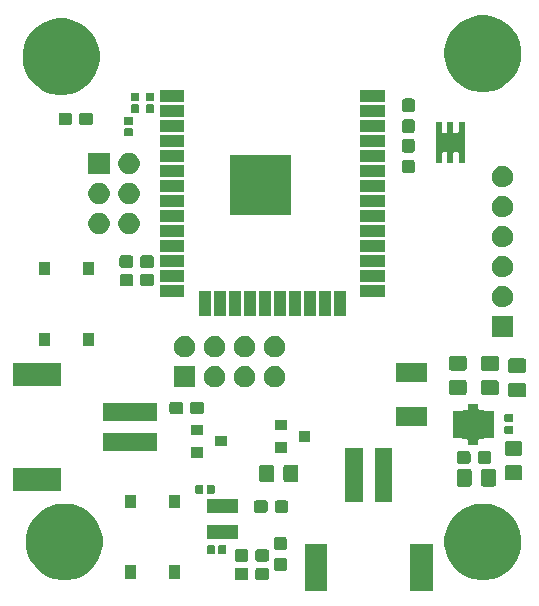
<source format=gbr>
G04 #@! TF.GenerationSoftware,KiCad,Pcbnew,5.1.5+dfsg1-2build2*
G04 #@! TF.CreationDate,2021-08-01T10:53:42+02:00*
G04 #@! TF.ProjectId,Sensor_Nodes,53656e73-6f72-45f4-9e6f-6465732e6b69,rev?*
G04 #@! TF.SameCoordinates,Original*
G04 #@! TF.FileFunction,Soldermask,Top*
G04 #@! TF.FilePolarity,Negative*
%FSLAX46Y46*%
G04 Gerber Fmt 4.6, Leading zero omitted, Abs format (unit mm)*
G04 Created by KiCad (PCBNEW 5.1.5+dfsg1-2build2) date 2021-08-01 10:53:42*
%MOMM*%
%LPD*%
G04 APERTURE LIST*
%ADD10C,0.100000*%
G04 APERTURE END LIST*
D10*
G36*
X144251000Y-114143000D02*
G01*
X142349000Y-114143000D01*
X142349000Y-110141000D01*
X144251000Y-110141000D01*
X144251000Y-114143000D01*
G37*
G36*
X135351000Y-114143000D02*
G01*
X133449000Y-114143000D01*
X133449000Y-110141000D01*
X135351000Y-110141000D01*
X135351000Y-114143000D01*
G37*
G36*
X113709240Y-106802723D02*
G01*
X114023283Y-106865190D01*
X114614927Y-107110257D01*
X114927874Y-107319362D01*
X115121845Y-107448969D01*
X115147393Y-107466040D01*
X115600217Y-107918864D01*
X115956000Y-108451330D01*
X116201067Y-109042974D01*
X116201067Y-109042975D01*
X116326001Y-109671059D01*
X116326001Y-110311453D01*
X116298323Y-110450600D01*
X116201067Y-110939538D01*
X115956000Y-111531182D01*
X115600217Y-112063648D01*
X115147393Y-112516472D01*
X114614927Y-112872255D01*
X114023283Y-113117322D01*
X113772293Y-113167247D01*
X113395198Y-113242256D01*
X112754804Y-113242256D01*
X112377709Y-113167247D01*
X112126719Y-113117322D01*
X111535075Y-112872255D01*
X111002609Y-112516472D01*
X110549785Y-112063648D01*
X110194002Y-111531182D01*
X109948935Y-110939538D01*
X109851679Y-110450600D01*
X109824001Y-110311453D01*
X109824001Y-109671059D01*
X109948935Y-109042975D01*
X109948935Y-109042974D01*
X110194002Y-108451330D01*
X110549785Y-107918864D01*
X111002609Y-107466040D01*
X111028158Y-107448969D01*
X111222128Y-107319362D01*
X111535075Y-107110257D01*
X112126719Y-106865190D01*
X112440762Y-106802723D01*
X112754804Y-106740256D01*
X113395198Y-106740256D01*
X113709240Y-106802723D01*
G37*
G36*
X149137183Y-106802723D02*
G01*
X149451226Y-106865190D01*
X150042870Y-107110257D01*
X150355817Y-107319362D01*
X150549788Y-107448969D01*
X150575336Y-107466040D01*
X151028160Y-107918864D01*
X151383943Y-108451330D01*
X151629010Y-109042974D01*
X151629010Y-109042975D01*
X151753944Y-109671059D01*
X151753944Y-110311453D01*
X151726266Y-110450600D01*
X151629010Y-110939538D01*
X151383943Y-111531182D01*
X151028160Y-112063648D01*
X150575336Y-112516472D01*
X150042870Y-112872255D01*
X149451226Y-113117322D01*
X149200236Y-113167247D01*
X148823141Y-113242256D01*
X148182747Y-113242256D01*
X147805652Y-113167247D01*
X147554662Y-113117322D01*
X146963018Y-112872255D01*
X146430552Y-112516472D01*
X145977728Y-112063648D01*
X145621945Y-111531182D01*
X145376878Y-110939538D01*
X145279622Y-110450600D01*
X145251944Y-110311453D01*
X145251944Y-109671059D01*
X145376878Y-109042975D01*
X145376878Y-109042974D01*
X145621945Y-108451330D01*
X145977728Y-107918864D01*
X146430552Y-107466040D01*
X146456101Y-107448969D01*
X146650071Y-107319362D01*
X146963018Y-107110257D01*
X147554662Y-106865190D01*
X147868705Y-106802723D01*
X148182747Y-106740256D01*
X148823141Y-106740256D01*
X149137183Y-106802723D01*
G37*
G36*
X128481298Y-112178845D02*
G01*
X128518794Y-112190220D01*
X128553353Y-112208692D01*
X128583646Y-112233553D01*
X128608507Y-112263846D01*
X128626979Y-112298405D01*
X128638354Y-112335901D01*
X128642799Y-112381038D01*
X128642799Y-113019762D01*
X128638354Y-113064899D01*
X128626979Y-113102395D01*
X128608507Y-113136954D01*
X128583646Y-113167247D01*
X128553353Y-113192108D01*
X128518794Y-113210580D01*
X128481298Y-113221955D01*
X128436161Y-113226400D01*
X127697437Y-113226400D01*
X127652300Y-113221955D01*
X127614804Y-113210580D01*
X127580245Y-113192108D01*
X127549952Y-113167247D01*
X127525091Y-113136954D01*
X127506619Y-113102395D01*
X127495244Y-113064899D01*
X127490799Y-113019762D01*
X127490799Y-112381038D01*
X127495244Y-112335901D01*
X127506619Y-112298405D01*
X127525091Y-112263846D01*
X127549952Y-112233553D01*
X127580245Y-112208692D01*
X127614804Y-112190220D01*
X127652300Y-112178845D01*
X127697437Y-112174400D01*
X128436161Y-112174400D01*
X128481298Y-112178845D01*
G37*
G36*
X130231298Y-112178845D02*
G01*
X130268794Y-112190220D01*
X130303353Y-112208692D01*
X130333646Y-112233553D01*
X130358507Y-112263846D01*
X130376979Y-112298405D01*
X130388354Y-112335901D01*
X130392799Y-112381038D01*
X130392799Y-113019762D01*
X130388354Y-113064899D01*
X130376979Y-113102395D01*
X130358507Y-113136954D01*
X130333646Y-113167247D01*
X130303353Y-113192108D01*
X130268794Y-113210580D01*
X130231298Y-113221955D01*
X130186161Y-113226400D01*
X129447437Y-113226400D01*
X129402300Y-113221955D01*
X129364804Y-113210580D01*
X129330245Y-113192108D01*
X129299952Y-113167247D01*
X129275091Y-113136954D01*
X129256619Y-113102395D01*
X129245244Y-113064899D01*
X129240799Y-113019762D01*
X129240799Y-112381038D01*
X129245244Y-112335901D01*
X129256619Y-112298405D01*
X129275091Y-112263846D01*
X129299952Y-112233553D01*
X129330245Y-112208692D01*
X129364804Y-112190220D01*
X129402300Y-112178845D01*
X129447437Y-112174400D01*
X130186161Y-112174400D01*
X130231298Y-112178845D01*
G37*
G36*
X122874400Y-113126800D02*
G01*
X121972400Y-113126800D01*
X121972400Y-111974800D01*
X122874400Y-111974800D01*
X122874400Y-113126800D01*
G37*
G36*
X119124400Y-113126800D02*
G01*
X118222400Y-113126800D01*
X118222400Y-111974800D01*
X119124400Y-111974800D01*
X119124400Y-113126800D01*
G37*
G36*
X131733299Y-111316045D02*
G01*
X131770795Y-111327420D01*
X131805354Y-111345892D01*
X131835647Y-111370753D01*
X131860508Y-111401046D01*
X131878980Y-111435605D01*
X131890355Y-111473101D01*
X131894800Y-111518238D01*
X131894800Y-112256962D01*
X131890355Y-112302099D01*
X131878980Y-112339595D01*
X131860508Y-112374154D01*
X131835647Y-112404447D01*
X131805354Y-112429308D01*
X131770795Y-112447780D01*
X131733299Y-112459155D01*
X131688162Y-112463600D01*
X131049438Y-112463600D01*
X131004301Y-112459155D01*
X130966805Y-112447780D01*
X130932246Y-112429308D01*
X130901953Y-112404447D01*
X130877092Y-112374154D01*
X130858620Y-112339595D01*
X130847245Y-112302099D01*
X130842800Y-112256962D01*
X130842800Y-111518238D01*
X130847245Y-111473101D01*
X130858620Y-111435605D01*
X130877092Y-111401046D01*
X130901953Y-111370753D01*
X130932246Y-111345892D01*
X130966805Y-111327420D01*
X131004301Y-111316045D01*
X131049438Y-111311600D01*
X131688162Y-111311600D01*
X131733299Y-111316045D01*
G37*
G36*
X128481298Y-110604045D02*
G01*
X128518794Y-110615420D01*
X128553353Y-110633892D01*
X128583646Y-110658753D01*
X128608507Y-110689046D01*
X128626979Y-110723605D01*
X128638354Y-110761101D01*
X128642799Y-110806238D01*
X128642799Y-111444962D01*
X128638354Y-111490099D01*
X128626979Y-111527595D01*
X128608507Y-111562154D01*
X128583646Y-111592447D01*
X128553353Y-111617308D01*
X128518794Y-111635780D01*
X128481298Y-111647155D01*
X128436161Y-111651600D01*
X127697437Y-111651600D01*
X127652300Y-111647155D01*
X127614804Y-111635780D01*
X127580245Y-111617308D01*
X127549952Y-111592447D01*
X127525091Y-111562154D01*
X127506619Y-111527595D01*
X127495244Y-111490099D01*
X127490799Y-111444962D01*
X127490799Y-110806238D01*
X127495244Y-110761101D01*
X127506619Y-110723605D01*
X127525091Y-110689046D01*
X127549952Y-110658753D01*
X127580245Y-110633892D01*
X127614804Y-110615420D01*
X127652300Y-110604045D01*
X127697437Y-110599600D01*
X128436161Y-110599600D01*
X128481298Y-110604045D01*
G37*
G36*
X130231298Y-110604045D02*
G01*
X130268794Y-110615420D01*
X130303353Y-110633892D01*
X130333646Y-110658753D01*
X130358507Y-110689046D01*
X130376979Y-110723605D01*
X130388354Y-110761101D01*
X130392799Y-110806238D01*
X130392799Y-111444962D01*
X130388354Y-111490099D01*
X130376979Y-111527595D01*
X130358507Y-111562154D01*
X130333646Y-111592447D01*
X130303353Y-111617308D01*
X130268794Y-111635780D01*
X130231298Y-111647155D01*
X130186161Y-111651600D01*
X129447437Y-111651600D01*
X129402300Y-111647155D01*
X129364804Y-111635780D01*
X129330245Y-111617308D01*
X129299952Y-111592447D01*
X129275091Y-111562154D01*
X129256619Y-111527595D01*
X129245244Y-111490099D01*
X129240799Y-111444962D01*
X129240799Y-110806238D01*
X129245244Y-110761101D01*
X129256619Y-110723605D01*
X129275091Y-110689046D01*
X129299952Y-110658753D01*
X129330245Y-110633892D01*
X129364804Y-110615420D01*
X129402300Y-110604045D01*
X129447437Y-110599600D01*
X130186161Y-110599600D01*
X130231298Y-110604045D01*
G37*
G36*
X126706938Y-110281716D02*
G01*
X126727557Y-110287971D01*
X126746553Y-110298124D01*
X126763208Y-110311792D01*
X126776876Y-110328447D01*
X126787029Y-110347443D01*
X126793284Y-110368062D01*
X126796000Y-110395640D01*
X126796000Y-110904360D01*
X126793284Y-110931938D01*
X126787029Y-110952557D01*
X126776876Y-110971553D01*
X126763208Y-110988208D01*
X126746553Y-111001876D01*
X126727557Y-111012029D01*
X126706938Y-111018284D01*
X126679360Y-111021000D01*
X126220640Y-111021000D01*
X126193062Y-111018284D01*
X126172443Y-111012029D01*
X126153447Y-111001876D01*
X126136792Y-110988208D01*
X126123124Y-110971553D01*
X126112971Y-110952557D01*
X126106716Y-110931938D01*
X126104000Y-110904360D01*
X126104000Y-110395640D01*
X126106716Y-110368062D01*
X126112971Y-110347443D01*
X126123124Y-110328447D01*
X126136792Y-110311792D01*
X126153447Y-110298124D01*
X126172443Y-110287971D01*
X126193062Y-110281716D01*
X126220640Y-110279000D01*
X126679360Y-110279000D01*
X126706938Y-110281716D01*
G37*
G36*
X125736938Y-110281716D02*
G01*
X125757557Y-110287971D01*
X125776553Y-110298124D01*
X125793208Y-110311792D01*
X125806876Y-110328447D01*
X125817029Y-110347443D01*
X125823284Y-110368062D01*
X125826000Y-110395640D01*
X125826000Y-110904360D01*
X125823284Y-110931938D01*
X125817029Y-110952557D01*
X125806876Y-110971553D01*
X125793208Y-110988208D01*
X125776553Y-111001876D01*
X125757557Y-111012029D01*
X125736938Y-111018284D01*
X125709360Y-111021000D01*
X125250640Y-111021000D01*
X125223062Y-111018284D01*
X125202443Y-111012029D01*
X125183447Y-111001876D01*
X125166792Y-110988208D01*
X125153124Y-110971553D01*
X125142971Y-110952557D01*
X125136716Y-110931938D01*
X125134000Y-110904360D01*
X125134000Y-110395640D01*
X125136716Y-110368062D01*
X125142971Y-110347443D01*
X125153124Y-110328447D01*
X125166792Y-110311792D01*
X125183447Y-110298124D01*
X125202443Y-110287971D01*
X125223062Y-110281716D01*
X125250640Y-110279000D01*
X125709360Y-110279000D01*
X125736938Y-110281716D01*
G37*
G36*
X131733299Y-109566045D02*
G01*
X131770795Y-109577420D01*
X131805354Y-109595892D01*
X131835647Y-109620753D01*
X131860508Y-109651046D01*
X131878980Y-109685605D01*
X131890355Y-109723101D01*
X131894800Y-109768238D01*
X131894800Y-110506962D01*
X131890355Y-110552099D01*
X131878980Y-110589595D01*
X131860508Y-110624154D01*
X131835647Y-110654447D01*
X131805354Y-110679308D01*
X131770795Y-110697780D01*
X131733299Y-110709155D01*
X131688162Y-110713600D01*
X131049438Y-110713600D01*
X131004301Y-110709155D01*
X130966805Y-110697780D01*
X130932246Y-110679308D01*
X130901953Y-110654447D01*
X130877092Y-110624154D01*
X130858620Y-110589595D01*
X130847245Y-110552099D01*
X130842800Y-110506962D01*
X130842800Y-109768238D01*
X130847245Y-109723101D01*
X130858620Y-109685605D01*
X130877092Y-109651046D01*
X130901953Y-109620753D01*
X130932246Y-109595892D01*
X130966805Y-109577420D01*
X131004301Y-109566045D01*
X131049438Y-109561600D01*
X131688162Y-109561600D01*
X131733299Y-109566045D01*
G37*
G36*
X127767200Y-109758600D02*
G01*
X125115200Y-109758600D01*
X125115200Y-108596600D01*
X127767200Y-108596600D01*
X127767200Y-109758600D01*
G37*
G36*
X127767200Y-107558600D02*
G01*
X125115200Y-107558600D01*
X125115200Y-106396600D01*
X127767200Y-106396600D01*
X127767200Y-107558600D01*
G37*
G36*
X130114500Y-106478445D02*
G01*
X130151996Y-106489820D01*
X130186555Y-106508292D01*
X130216848Y-106533153D01*
X130241709Y-106563446D01*
X130260181Y-106598005D01*
X130271556Y-106635501D01*
X130276001Y-106680638D01*
X130276001Y-107319362D01*
X130271556Y-107364499D01*
X130260181Y-107401995D01*
X130241709Y-107436554D01*
X130216848Y-107466847D01*
X130186555Y-107491708D01*
X130151996Y-107510180D01*
X130114500Y-107521555D01*
X130069363Y-107526000D01*
X129330639Y-107526000D01*
X129285502Y-107521555D01*
X129248006Y-107510180D01*
X129213447Y-107491708D01*
X129183154Y-107466847D01*
X129158293Y-107436554D01*
X129139821Y-107401995D01*
X129128446Y-107364499D01*
X129124001Y-107319362D01*
X129124001Y-106680638D01*
X129128446Y-106635501D01*
X129139821Y-106598005D01*
X129158293Y-106563446D01*
X129183154Y-106533153D01*
X129213447Y-106508292D01*
X129248006Y-106489820D01*
X129285502Y-106478445D01*
X129330639Y-106474000D01*
X130069363Y-106474000D01*
X130114500Y-106478445D01*
G37*
G36*
X131864500Y-106478445D02*
G01*
X131901996Y-106489820D01*
X131936555Y-106508292D01*
X131966848Y-106533153D01*
X131991709Y-106563446D01*
X132010181Y-106598005D01*
X132021556Y-106635501D01*
X132026001Y-106680638D01*
X132026001Y-107319362D01*
X132021556Y-107364499D01*
X132010181Y-107401995D01*
X131991709Y-107436554D01*
X131966848Y-107466847D01*
X131936555Y-107491708D01*
X131901996Y-107510180D01*
X131864500Y-107521555D01*
X131819363Y-107526000D01*
X131080639Y-107526000D01*
X131035502Y-107521555D01*
X130998006Y-107510180D01*
X130963447Y-107491708D01*
X130933154Y-107466847D01*
X130908293Y-107436554D01*
X130889821Y-107401995D01*
X130878446Y-107364499D01*
X130874001Y-107319362D01*
X130874001Y-106680638D01*
X130878446Y-106635501D01*
X130889821Y-106598005D01*
X130908293Y-106563446D01*
X130933154Y-106533153D01*
X130963447Y-106508292D01*
X130998006Y-106489820D01*
X131035502Y-106478445D01*
X131080639Y-106474000D01*
X131819363Y-106474000D01*
X131864500Y-106478445D01*
G37*
G36*
X119124400Y-107126800D02*
G01*
X118222400Y-107126800D01*
X118222400Y-105974800D01*
X119124400Y-105974800D01*
X119124400Y-107126800D01*
G37*
G36*
X122874400Y-107126800D02*
G01*
X121972400Y-107126800D01*
X121972400Y-105974800D01*
X122874400Y-105974800D01*
X122874400Y-107126800D01*
G37*
G36*
X140851000Y-106601000D02*
G01*
X139349000Y-106601000D01*
X139349000Y-101999000D01*
X140851000Y-101999000D01*
X140851000Y-106601000D01*
G37*
G36*
X138351000Y-106601000D02*
G01*
X136849000Y-106601000D01*
X136849000Y-101999000D01*
X138351000Y-101999000D01*
X138351000Y-106601000D01*
G37*
G36*
X125721938Y-105181716D02*
G01*
X125742557Y-105187971D01*
X125761553Y-105198124D01*
X125778208Y-105211792D01*
X125791876Y-105228447D01*
X125802029Y-105247443D01*
X125808284Y-105268062D01*
X125811000Y-105295640D01*
X125811000Y-105804360D01*
X125808284Y-105831938D01*
X125802029Y-105852557D01*
X125791876Y-105871553D01*
X125778208Y-105888208D01*
X125761553Y-105901876D01*
X125742557Y-105912029D01*
X125721938Y-105918284D01*
X125694360Y-105921000D01*
X125235640Y-105921000D01*
X125208062Y-105918284D01*
X125187443Y-105912029D01*
X125168447Y-105901876D01*
X125151792Y-105888208D01*
X125138124Y-105871553D01*
X125127971Y-105852557D01*
X125121716Y-105831938D01*
X125119000Y-105804360D01*
X125119000Y-105295640D01*
X125121716Y-105268062D01*
X125127971Y-105247443D01*
X125138124Y-105228447D01*
X125151792Y-105211792D01*
X125168447Y-105198124D01*
X125187443Y-105187971D01*
X125208062Y-105181716D01*
X125235640Y-105179000D01*
X125694360Y-105179000D01*
X125721938Y-105181716D01*
G37*
G36*
X124751938Y-105181716D02*
G01*
X124772557Y-105187971D01*
X124791553Y-105198124D01*
X124808208Y-105211792D01*
X124821876Y-105228447D01*
X124832029Y-105247443D01*
X124838284Y-105268062D01*
X124841000Y-105295640D01*
X124841000Y-105804360D01*
X124838284Y-105831938D01*
X124832029Y-105852557D01*
X124821876Y-105871553D01*
X124808208Y-105888208D01*
X124791553Y-105901876D01*
X124772557Y-105912029D01*
X124751938Y-105918284D01*
X124724360Y-105921000D01*
X124265640Y-105921000D01*
X124238062Y-105918284D01*
X124217443Y-105912029D01*
X124198447Y-105901876D01*
X124181792Y-105888208D01*
X124168124Y-105871553D01*
X124157971Y-105852557D01*
X124151716Y-105831938D01*
X124149000Y-105804360D01*
X124149000Y-105295640D01*
X124151716Y-105268062D01*
X124157971Y-105247443D01*
X124168124Y-105228447D01*
X124181792Y-105211792D01*
X124198447Y-105198124D01*
X124217443Y-105187971D01*
X124238062Y-105181716D01*
X124265640Y-105179000D01*
X124724360Y-105179000D01*
X124751938Y-105181716D01*
G37*
G36*
X112763000Y-105668800D02*
G01*
X108761000Y-105668800D01*
X108761000Y-103766800D01*
X112763000Y-103766800D01*
X112763000Y-105668800D01*
G37*
G36*
X149442374Y-103810965D02*
G01*
X149480067Y-103822399D01*
X149514803Y-103840966D01*
X149545248Y-103865952D01*
X149570234Y-103896397D01*
X149588801Y-103931133D01*
X149600235Y-103968826D01*
X149604700Y-104014161D01*
X149604700Y-105100839D01*
X149600235Y-105146174D01*
X149588801Y-105183867D01*
X149570234Y-105218603D01*
X149545248Y-105249048D01*
X149514803Y-105274034D01*
X149480067Y-105292601D01*
X149442374Y-105304035D01*
X149397039Y-105308500D01*
X148560361Y-105308500D01*
X148515026Y-105304035D01*
X148477333Y-105292601D01*
X148442597Y-105274034D01*
X148412152Y-105249048D01*
X148387166Y-105218603D01*
X148368599Y-105183867D01*
X148357165Y-105146174D01*
X148352700Y-105100839D01*
X148352700Y-104014161D01*
X148357165Y-103968826D01*
X148368599Y-103931133D01*
X148387166Y-103896397D01*
X148412152Y-103865952D01*
X148442597Y-103840966D01*
X148477333Y-103822399D01*
X148515026Y-103810965D01*
X148560361Y-103806500D01*
X149397039Y-103806500D01*
X149442374Y-103810965D01*
G37*
G36*
X147392374Y-103810965D02*
G01*
X147430067Y-103822399D01*
X147464803Y-103840966D01*
X147495248Y-103865952D01*
X147520234Y-103896397D01*
X147538801Y-103931133D01*
X147550235Y-103968826D01*
X147554700Y-104014161D01*
X147554700Y-105100839D01*
X147550235Y-105146174D01*
X147538801Y-105183867D01*
X147520234Y-105218603D01*
X147495248Y-105249048D01*
X147464803Y-105274034D01*
X147430067Y-105292601D01*
X147392374Y-105304035D01*
X147347039Y-105308500D01*
X146510361Y-105308500D01*
X146465026Y-105304035D01*
X146427333Y-105292601D01*
X146392597Y-105274034D01*
X146362152Y-105249048D01*
X146337166Y-105218603D01*
X146318599Y-105183867D01*
X146307165Y-105146174D01*
X146302700Y-105100839D01*
X146302700Y-104014161D01*
X146307165Y-103968826D01*
X146318599Y-103931133D01*
X146337166Y-103896397D01*
X146362152Y-103865952D01*
X146392597Y-103840966D01*
X146427333Y-103822399D01*
X146465026Y-103810965D01*
X146510361Y-103806500D01*
X147347039Y-103806500D01*
X147392374Y-103810965D01*
G37*
G36*
X132713675Y-103453465D02*
G01*
X132751368Y-103464899D01*
X132786104Y-103483466D01*
X132816549Y-103508452D01*
X132841535Y-103538897D01*
X132860102Y-103573633D01*
X132871536Y-103611326D01*
X132876001Y-103656661D01*
X132876001Y-104743339D01*
X132871536Y-104788674D01*
X132860102Y-104826367D01*
X132841535Y-104861103D01*
X132816549Y-104891548D01*
X132786104Y-104916534D01*
X132751368Y-104935101D01*
X132713675Y-104946535D01*
X132668340Y-104951000D01*
X131831662Y-104951000D01*
X131786327Y-104946535D01*
X131748634Y-104935101D01*
X131713898Y-104916534D01*
X131683453Y-104891548D01*
X131658467Y-104861103D01*
X131639900Y-104826367D01*
X131628466Y-104788674D01*
X131624001Y-104743339D01*
X131624001Y-103656661D01*
X131628466Y-103611326D01*
X131639900Y-103573633D01*
X131658467Y-103538897D01*
X131683453Y-103508452D01*
X131713898Y-103483466D01*
X131748634Y-103464899D01*
X131786327Y-103453465D01*
X131831662Y-103449000D01*
X132668340Y-103449000D01*
X132713675Y-103453465D01*
G37*
G36*
X130663675Y-103453465D02*
G01*
X130701368Y-103464899D01*
X130736104Y-103483466D01*
X130766549Y-103508452D01*
X130791535Y-103538897D01*
X130810102Y-103573633D01*
X130821536Y-103611326D01*
X130826001Y-103656661D01*
X130826001Y-104743339D01*
X130821536Y-104788674D01*
X130810102Y-104826367D01*
X130791535Y-104861103D01*
X130766549Y-104891548D01*
X130736104Y-104916534D01*
X130701368Y-104935101D01*
X130663675Y-104946535D01*
X130618340Y-104951000D01*
X129781662Y-104951000D01*
X129736327Y-104946535D01*
X129698634Y-104935101D01*
X129663898Y-104916534D01*
X129633453Y-104891548D01*
X129608467Y-104861103D01*
X129589900Y-104826367D01*
X129578466Y-104788674D01*
X129574001Y-104743339D01*
X129574001Y-103656661D01*
X129578466Y-103611326D01*
X129589900Y-103573633D01*
X129608467Y-103538897D01*
X129633453Y-103508452D01*
X129663898Y-103483466D01*
X129698634Y-103464899D01*
X129736327Y-103453465D01*
X129781662Y-103449000D01*
X130618340Y-103449000D01*
X130663675Y-103453465D01*
G37*
G36*
X151688674Y-103503465D02*
G01*
X151726367Y-103514899D01*
X151761103Y-103533466D01*
X151791548Y-103558452D01*
X151816534Y-103588897D01*
X151835101Y-103623633D01*
X151846535Y-103661326D01*
X151851000Y-103706661D01*
X151851000Y-104543339D01*
X151846535Y-104588674D01*
X151835101Y-104626367D01*
X151816534Y-104661103D01*
X151791548Y-104691548D01*
X151761103Y-104716534D01*
X151726367Y-104735101D01*
X151688674Y-104746535D01*
X151643339Y-104751000D01*
X150556661Y-104751000D01*
X150511326Y-104746535D01*
X150473633Y-104735101D01*
X150438897Y-104716534D01*
X150408452Y-104691548D01*
X150383466Y-104661103D01*
X150364899Y-104626367D01*
X150353465Y-104588674D01*
X150349000Y-104543339D01*
X150349000Y-103706661D01*
X150353465Y-103661326D01*
X150364899Y-103623633D01*
X150383466Y-103588897D01*
X150408452Y-103558452D01*
X150438897Y-103533466D01*
X150473633Y-103514899D01*
X150511326Y-103503465D01*
X150556661Y-103499000D01*
X151643339Y-103499000D01*
X151688674Y-103503465D01*
G37*
G36*
X149047699Y-102321445D02*
G01*
X149085195Y-102332820D01*
X149119754Y-102351292D01*
X149150047Y-102376153D01*
X149174908Y-102406446D01*
X149193380Y-102441005D01*
X149204755Y-102478501D01*
X149209200Y-102523638D01*
X149209200Y-103162362D01*
X149204755Y-103207499D01*
X149193380Y-103244995D01*
X149174908Y-103279554D01*
X149150047Y-103309847D01*
X149119754Y-103334708D01*
X149085195Y-103353180D01*
X149047699Y-103364555D01*
X149002562Y-103369000D01*
X148263838Y-103369000D01*
X148218701Y-103364555D01*
X148181205Y-103353180D01*
X148146646Y-103334708D01*
X148116353Y-103309847D01*
X148091492Y-103279554D01*
X148073020Y-103244995D01*
X148061645Y-103207499D01*
X148057200Y-103162362D01*
X148057200Y-102523638D01*
X148061645Y-102478501D01*
X148073020Y-102441005D01*
X148091492Y-102406446D01*
X148116353Y-102376153D01*
X148146646Y-102351292D01*
X148181205Y-102332820D01*
X148218701Y-102321445D01*
X148263838Y-102317000D01*
X149002562Y-102317000D01*
X149047699Y-102321445D01*
G37*
G36*
X147297699Y-102321445D02*
G01*
X147335195Y-102332820D01*
X147369754Y-102351292D01*
X147400047Y-102376153D01*
X147424908Y-102406446D01*
X147443380Y-102441005D01*
X147454755Y-102478501D01*
X147459200Y-102523638D01*
X147459200Y-103162362D01*
X147454755Y-103207499D01*
X147443380Y-103244995D01*
X147424908Y-103279554D01*
X147400047Y-103309847D01*
X147369754Y-103334708D01*
X147335195Y-103353180D01*
X147297699Y-103364555D01*
X147252562Y-103369000D01*
X146513838Y-103369000D01*
X146468701Y-103364555D01*
X146431205Y-103353180D01*
X146396646Y-103334708D01*
X146366353Y-103309847D01*
X146341492Y-103279554D01*
X146323020Y-103244995D01*
X146311645Y-103207499D01*
X146307200Y-103162362D01*
X146307200Y-102523638D01*
X146311645Y-102478501D01*
X146323020Y-102441005D01*
X146341492Y-102406446D01*
X146366353Y-102376153D01*
X146396646Y-102351292D01*
X146431205Y-102332820D01*
X146468701Y-102321445D01*
X146513838Y-102317000D01*
X147252562Y-102317000D01*
X147297699Y-102321445D01*
G37*
G36*
X124801000Y-102851000D02*
G01*
X123799000Y-102851000D01*
X123799000Y-101949000D01*
X124801000Y-101949000D01*
X124801000Y-102851000D01*
G37*
G36*
X151688674Y-101453465D02*
G01*
X151726367Y-101464899D01*
X151761103Y-101483466D01*
X151791548Y-101508452D01*
X151816534Y-101538897D01*
X151835101Y-101573633D01*
X151846535Y-101611326D01*
X151851000Y-101656661D01*
X151851000Y-102493339D01*
X151846535Y-102538674D01*
X151835101Y-102576367D01*
X151816534Y-102611103D01*
X151791548Y-102641548D01*
X151761103Y-102666534D01*
X151726367Y-102685101D01*
X151688674Y-102696535D01*
X151643339Y-102701000D01*
X150556661Y-102701000D01*
X150511326Y-102696535D01*
X150473633Y-102685101D01*
X150438897Y-102666534D01*
X150408452Y-102641548D01*
X150383466Y-102611103D01*
X150364899Y-102576367D01*
X150353465Y-102538674D01*
X150349000Y-102493339D01*
X150349000Y-101656661D01*
X150353465Y-101611326D01*
X150364899Y-101573633D01*
X150383466Y-101538897D01*
X150408452Y-101508452D01*
X150438897Y-101483466D01*
X150473633Y-101464899D01*
X150511326Y-101453465D01*
X150556661Y-101449000D01*
X151643339Y-101449000D01*
X151688674Y-101453465D01*
G37*
G36*
X131901000Y-102451000D02*
G01*
X130899000Y-102451000D01*
X130899000Y-101549000D01*
X131901000Y-101549000D01*
X131901000Y-102451000D01*
G37*
G36*
X120905000Y-102268800D02*
G01*
X116303000Y-102268800D01*
X116303000Y-100766800D01*
X120905000Y-100766800D01*
X120905000Y-102268800D01*
G37*
G36*
X126801000Y-101901000D02*
G01*
X125799000Y-101901000D01*
X125799000Y-100999000D01*
X126801000Y-100999000D01*
X126801000Y-101901000D01*
G37*
G36*
X147584999Y-98299737D02*
G01*
X147594608Y-98302652D01*
X147603472Y-98307390D01*
X147620703Y-98321531D01*
X147641078Y-98335144D01*
X147663717Y-98344521D01*
X147687750Y-98349301D01*
X147712254Y-98349301D01*
X147736287Y-98344520D01*
X147758926Y-98335142D01*
X147779297Y-98321531D01*
X147796528Y-98307390D01*
X147805392Y-98302652D01*
X147815001Y-98299737D01*
X147831140Y-98298148D01*
X148068860Y-98298148D01*
X148084999Y-98299737D01*
X148094608Y-98302652D01*
X148103472Y-98307390D01*
X148111237Y-98313763D01*
X148117610Y-98321528D01*
X148122348Y-98330392D01*
X148125263Y-98340001D01*
X148126852Y-98356140D01*
X148126852Y-98673149D01*
X148129254Y-98697535D01*
X148136367Y-98720984D01*
X148147918Y-98742595D01*
X148163463Y-98761537D01*
X148182405Y-98777082D01*
X148204016Y-98788633D01*
X148227465Y-98795746D01*
X148251851Y-98798148D01*
X148518860Y-98798148D01*
X148534999Y-98799737D01*
X148544608Y-98802652D01*
X148553472Y-98807390D01*
X148561237Y-98813763D01*
X148573803Y-98829075D01*
X148576631Y-98833307D01*
X148593960Y-98850632D01*
X148614335Y-98864245D01*
X148636974Y-98873620D01*
X148673251Y-98879000D01*
X149451000Y-98879000D01*
X149451000Y-101221000D01*
X148673251Y-101221000D01*
X148648865Y-101223402D01*
X148625416Y-101230515D01*
X148603805Y-101242066D01*
X148584863Y-101257611D01*
X148576058Y-101269482D01*
X148575418Y-101268957D01*
X148561237Y-101286237D01*
X148553472Y-101292610D01*
X148544608Y-101297348D01*
X148534999Y-101300263D01*
X148518860Y-101301852D01*
X148251851Y-101301852D01*
X148227465Y-101304254D01*
X148204016Y-101311367D01*
X148182405Y-101322918D01*
X148163463Y-101338463D01*
X148147918Y-101357405D01*
X148136367Y-101379016D01*
X148129254Y-101402465D01*
X148126852Y-101426851D01*
X148126852Y-101743860D01*
X148125263Y-101759999D01*
X148122348Y-101769608D01*
X148117610Y-101778472D01*
X148111237Y-101786237D01*
X148103472Y-101792610D01*
X148094608Y-101797348D01*
X148084999Y-101800263D01*
X148068860Y-101801852D01*
X147831140Y-101801852D01*
X147815001Y-101800263D01*
X147805392Y-101797348D01*
X147796528Y-101792610D01*
X147779297Y-101778469D01*
X147758922Y-101764856D01*
X147736283Y-101755479D01*
X147712250Y-101750699D01*
X147687746Y-101750699D01*
X147663713Y-101755480D01*
X147641074Y-101764858D01*
X147620703Y-101778469D01*
X147603472Y-101792610D01*
X147594608Y-101797348D01*
X147584999Y-101800263D01*
X147568860Y-101801852D01*
X147331140Y-101801852D01*
X147315001Y-101800263D01*
X147305392Y-101797348D01*
X147296528Y-101792610D01*
X147288763Y-101786237D01*
X147282390Y-101778472D01*
X147277652Y-101769608D01*
X147274737Y-101759999D01*
X147273148Y-101743860D01*
X147273148Y-101426851D01*
X147270746Y-101402465D01*
X147263633Y-101379016D01*
X147252082Y-101357405D01*
X147236537Y-101338463D01*
X147217595Y-101322918D01*
X147195984Y-101311367D01*
X147172535Y-101304254D01*
X147148149Y-101301852D01*
X146881140Y-101301852D01*
X146865001Y-101300263D01*
X146855392Y-101297348D01*
X146846528Y-101292610D01*
X146838763Y-101286237D01*
X146826197Y-101270925D01*
X146823369Y-101266693D01*
X146806040Y-101249368D01*
X146785665Y-101235755D01*
X146763026Y-101226380D01*
X146726749Y-101221000D01*
X145949000Y-101221000D01*
X145949000Y-98879000D01*
X146726749Y-98879000D01*
X146751135Y-98876598D01*
X146774584Y-98869485D01*
X146796195Y-98857934D01*
X146815137Y-98842389D01*
X146823942Y-98830518D01*
X146824582Y-98831043D01*
X146838763Y-98813763D01*
X146846528Y-98807390D01*
X146855392Y-98802652D01*
X146865001Y-98799737D01*
X146881140Y-98798148D01*
X147148149Y-98798148D01*
X147172535Y-98795746D01*
X147195984Y-98788633D01*
X147217595Y-98777082D01*
X147236537Y-98761537D01*
X147252082Y-98742595D01*
X147263633Y-98720984D01*
X147270746Y-98697535D01*
X147273148Y-98673149D01*
X147273148Y-98356140D01*
X147274737Y-98340001D01*
X147277652Y-98330392D01*
X147282390Y-98321528D01*
X147288763Y-98313763D01*
X147296528Y-98307390D01*
X147305392Y-98302652D01*
X147315001Y-98299737D01*
X147331140Y-98298148D01*
X147568860Y-98298148D01*
X147584999Y-98299737D01*
G37*
G36*
X133901000Y-101501000D02*
G01*
X132899000Y-101501000D01*
X132899000Y-100599000D01*
X133901000Y-100599000D01*
X133901000Y-101501000D01*
G37*
G36*
X124801000Y-100951000D02*
G01*
X123799000Y-100951000D01*
X123799000Y-100049000D01*
X124801000Y-100049000D01*
X124801000Y-100951000D01*
G37*
G36*
X150981938Y-100141716D02*
G01*
X151002557Y-100147971D01*
X151021553Y-100158124D01*
X151038208Y-100171792D01*
X151051876Y-100188447D01*
X151062029Y-100207443D01*
X151068284Y-100228062D01*
X151071000Y-100255640D01*
X151071000Y-100714360D01*
X151068284Y-100741938D01*
X151062029Y-100762557D01*
X151051876Y-100781553D01*
X151038208Y-100798208D01*
X151021553Y-100811876D01*
X151002557Y-100822029D01*
X150981938Y-100828284D01*
X150954360Y-100831000D01*
X150445640Y-100831000D01*
X150418062Y-100828284D01*
X150397443Y-100822029D01*
X150378447Y-100811876D01*
X150361792Y-100798208D01*
X150348124Y-100781553D01*
X150337971Y-100762557D01*
X150331716Y-100741938D01*
X150329000Y-100714360D01*
X150329000Y-100255640D01*
X150331716Y-100228062D01*
X150337971Y-100207443D01*
X150348124Y-100188447D01*
X150361792Y-100171792D01*
X150378447Y-100158124D01*
X150397443Y-100147971D01*
X150418062Y-100141716D01*
X150445640Y-100139000D01*
X150954360Y-100139000D01*
X150981938Y-100141716D01*
G37*
G36*
X131901000Y-100551000D02*
G01*
X130899000Y-100551000D01*
X130899000Y-99649000D01*
X131901000Y-99649000D01*
X131901000Y-100551000D01*
G37*
G36*
X143751000Y-100151000D02*
G01*
X141149000Y-100151000D01*
X141149000Y-98549000D01*
X143751000Y-98549000D01*
X143751000Y-100151000D01*
G37*
G36*
X150981938Y-99171716D02*
G01*
X151002557Y-99177971D01*
X151021553Y-99188124D01*
X151038208Y-99201792D01*
X151051876Y-99218447D01*
X151062029Y-99237443D01*
X151068284Y-99258062D01*
X151071000Y-99285640D01*
X151071000Y-99744360D01*
X151068284Y-99771938D01*
X151062029Y-99792557D01*
X151051876Y-99811553D01*
X151038208Y-99828208D01*
X151021553Y-99841876D01*
X151002557Y-99852029D01*
X150981938Y-99858284D01*
X150954360Y-99861000D01*
X150445640Y-99861000D01*
X150418062Y-99858284D01*
X150397443Y-99852029D01*
X150378447Y-99841876D01*
X150361792Y-99828208D01*
X150348124Y-99811553D01*
X150337971Y-99792557D01*
X150331716Y-99771938D01*
X150329000Y-99744360D01*
X150329000Y-99285640D01*
X150331716Y-99258062D01*
X150337971Y-99237443D01*
X150348124Y-99218447D01*
X150361792Y-99201792D01*
X150378447Y-99188124D01*
X150397443Y-99177971D01*
X150418062Y-99171716D01*
X150445640Y-99169000D01*
X150954360Y-99169000D01*
X150981938Y-99171716D01*
G37*
G36*
X120905000Y-99768800D02*
G01*
X116303000Y-99768800D01*
X116303000Y-98266800D01*
X120905000Y-98266800D01*
X120905000Y-99768800D01*
G37*
G36*
X122964499Y-98128445D02*
G01*
X123001995Y-98139820D01*
X123036554Y-98158292D01*
X123066847Y-98183153D01*
X123091708Y-98213446D01*
X123110180Y-98248005D01*
X123121555Y-98285501D01*
X123126000Y-98330638D01*
X123126000Y-98969362D01*
X123121555Y-99014499D01*
X123110180Y-99051995D01*
X123091708Y-99086554D01*
X123066847Y-99116847D01*
X123036554Y-99141708D01*
X123001995Y-99160180D01*
X122964499Y-99171555D01*
X122919362Y-99176000D01*
X122180638Y-99176000D01*
X122135501Y-99171555D01*
X122098005Y-99160180D01*
X122063446Y-99141708D01*
X122033153Y-99116847D01*
X122008292Y-99086554D01*
X121989820Y-99051995D01*
X121978445Y-99014499D01*
X121974000Y-98969362D01*
X121974000Y-98330638D01*
X121978445Y-98285501D01*
X121989820Y-98248005D01*
X122008292Y-98213446D01*
X122033153Y-98183153D01*
X122063446Y-98158292D01*
X122098005Y-98139820D01*
X122135501Y-98128445D01*
X122180638Y-98124000D01*
X122919362Y-98124000D01*
X122964499Y-98128445D01*
G37*
G36*
X124714499Y-98128445D02*
G01*
X124751995Y-98139820D01*
X124786554Y-98158292D01*
X124816847Y-98183153D01*
X124841708Y-98213446D01*
X124860180Y-98248005D01*
X124871555Y-98285501D01*
X124876000Y-98330638D01*
X124876000Y-98969362D01*
X124871555Y-99014499D01*
X124860180Y-99051995D01*
X124841708Y-99086554D01*
X124816847Y-99116847D01*
X124786554Y-99141708D01*
X124751995Y-99160180D01*
X124714499Y-99171555D01*
X124669362Y-99176000D01*
X123930638Y-99176000D01*
X123885501Y-99171555D01*
X123848005Y-99160180D01*
X123813446Y-99141708D01*
X123783153Y-99116847D01*
X123758292Y-99086554D01*
X123739820Y-99051995D01*
X123728445Y-99014499D01*
X123724000Y-98969362D01*
X123724000Y-98330638D01*
X123728445Y-98285501D01*
X123739820Y-98248005D01*
X123758292Y-98213446D01*
X123783153Y-98183153D01*
X123813446Y-98158292D01*
X123848005Y-98139820D01*
X123885501Y-98128445D01*
X123930638Y-98124000D01*
X124669362Y-98124000D01*
X124714499Y-98128445D01*
G37*
G36*
X151988674Y-96503465D02*
G01*
X152026367Y-96514899D01*
X152061103Y-96533466D01*
X152091548Y-96558452D01*
X152116534Y-96588897D01*
X152135101Y-96623633D01*
X152146535Y-96661326D01*
X152151000Y-96706661D01*
X152151000Y-97543339D01*
X152146535Y-97588674D01*
X152135101Y-97626367D01*
X152116534Y-97661103D01*
X152091548Y-97691548D01*
X152061103Y-97716534D01*
X152026367Y-97735101D01*
X151988674Y-97746535D01*
X151943339Y-97751000D01*
X150856661Y-97751000D01*
X150811326Y-97746535D01*
X150773633Y-97735101D01*
X150738897Y-97716534D01*
X150708452Y-97691548D01*
X150683466Y-97661103D01*
X150664899Y-97626367D01*
X150653465Y-97588674D01*
X150649000Y-97543339D01*
X150649000Y-96706661D01*
X150653465Y-96661326D01*
X150664899Y-96623633D01*
X150683466Y-96588897D01*
X150708452Y-96558452D01*
X150738897Y-96533466D01*
X150773633Y-96514899D01*
X150811326Y-96503465D01*
X150856661Y-96499000D01*
X151943339Y-96499000D01*
X151988674Y-96503465D01*
G37*
G36*
X149688674Y-96303465D02*
G01*
X149726367Y-96314899D01*
X149761103Y-96333466D01*
X149791548Y-96358452D01*
X149816534Y-96388897D01*
X149835101Y-96423633D01*
X149846535Y-96461326D01*
X149851000Y-96506661D01*
X149851000Y-97343339D01*
X149846535Y-97388674D01*
X149835101Y-97426367D01*
X149816534Y-97461103D01*
X149791548Y-97491548D01*
X149761103Y-97516534D01*
X149726367Y-97535101D01*
X149688674Y-97546535D01*
X149643339Y-97551000D01*
X148556661Y-97551000D01*
X148511326Y-97546535D01*
X148473633Y-97535101D01*
X148438897Y-97516534D01*
X148408452Y-97491548D01*
X148383466Y-97461103D01*
X148364899Y-97426367D01*
X148353465Y-97388674D01*
X148349000Y-97343339D01*
X148349000Y-96506661D01*
X148353465Y-96461326D01*
X148364899Y-96423633D01*
X148383466Y-96388897D01*
X148408452Y-96358452D01*
X148438897Y-96333466D01*
X148473633Y-96314899D01*
X148511326Y-96303465D01*
X148556661Y-96299000D01*
X149643339Y-96299000D01*
X149688674Y-96303465D01*
G37*
G36*
X146963874Y-96278466D02*
G01*
X147001567Y-96289900D01*
X147036303Y-96308467D01*
X147066748Y-96333453D01*
X147091734Y-96363898D01*
X147110301Y-96398634D01*
X147121735Y-96436327D01*
X147126200Y-96481662D01*
X147126200Y-97318340D01*
X147121735Y-97363675D01*
X147110301Y-97401368D01*
X147091734Y-97436104D01*
X147066748Y-97466549D01*
X147036303Y-97491535D01*
X147001567Y-97510102D01*
X146963874Y-97521536D01*
X146918539Y-97526001D01*
X145831861Y-97526001D01*
X145786526Y-97521536D01*
X145748833Y-97510102D01*
X145714097Y-97491535D01*
X145683652Y-97466549D01*
X145658666Y-97436104D01*
X145640099Y-97401368D01*
X145628665Y-97363675D01*
X145624200Y-97318340D01*
X145624200Y-96481662D01*
X145628665Y-96436327D01*
X145640099Y-96398634D01*
X145658666Y-96363898D01*
X145683652Y-96333453D01*
X145714097Y-96308467D01*
X145748833Y-96289900D01*
X145786526Y-96278466D01*
X145831861Y-96274001D01*
X146918539Y-96274001D01*
X146963874Y-96278466D01*
G37*
G36*
X128443512Y-95103927D02*
G01*
X128592812Y-95133624D01*
X128756784Y-95201544D01*
X128904354Y-95300147D01*
X129029853Y-95425646D01*
X129128456Y-95573216D01*
X129196376Y-95737188D01*
X129231000Y-95911259D01*
X129231000Y-96088741D01*
X129196376Y-96262812D01*
X129128456Y-96426784D01*
X129029853Y-96574354D01*
X128904354Y-96699853D01*
X128756784Y-96798456D01*
X128592812Y-96866376D01*
X128443512Y-96896073D01*
X128418742Y-96901000D01*
X128241258Y-96901000D01*
X128216488Y-96896073D01*
X128067188Y-96866376D01*
X127903216Y-96798456D01*
X127755646Y-96699853D01*
X127630147Y-96574354D01*
X127531544Y-96426784D01*
X127463624Y-96262812D01*
X127429000Y-96088741D01*
X127429000Y-95911259D01*
X127463624Y-95737188D01*
X127531544Y-95573216D01*
X127630147Y-95425646D01*
X127755646Y-95300147D01*
X127903216Y-95201544D01*
X128067188Y-95133624D01*
X128216488Y-95103927D01*
X128241258Y-95099000D01*
X128418742Y-95099000D01*
X128443512Y-95103927D01*
G37*
G36*
X125903512Y-95103927D02*
G01*
X126052812Y-95133624D01*
X126216784Y-95201544D01*
X126364354Y-95300147D01*
X126489853Y-95425646D01*
X126588456Y-95573216D01*
X126656376Y-95737188D01*
X126691000Y-95911259D01*
X126691000Y-96088741D01*
X126656376Y-96262812D01*
X126588456Y-96426784D01*
X126489853Y-96574354D01*
X126364354Y-96699853D01*
X126216784Y-96798456D01*
X126052812Y-96866376D01*
X125903512Y-96896073D01*
X125878742Y-96901000D01*
X125701258Y-96901000D01*
X125676488Y-96896073D01*
X125527188Y-96866376D01*
X125363216Y-96798456D01*
X125215646Y-96699853D01*
X125090147Y-96574354D01*
X124991544Y-96426784D01*
X124923624Y-96262812D01*
X124889000Y-96088741D01*
X124889000Y-95911259D01*
X124923624Y-95737188D01*
X124991544Y-95573216D01*
X125090147Y-95425646D01*
X125215646Y-95300147D01*
X125363216Y-95201544D01*
X125527188Y-95133624D01*
X125676488Y-95103927D01*
X125701258Y-95099000D01*
X125878742Y-95099000D01*
X125903512Y-95103927D01*
G37*
G36*
X130983512Y-95103927D02*
G01*
X131132812Y-95133624D01*
X131296784Y-95201544D01*
X131444354Y-95300147D01*
X131569853Y-95425646D01*
X131668456Y-95573216D01*
X131736376Y-95737188D01*
X131771000Y-95911259D01*
X131771000Y-96088741D01*
X131736376Y-96262812D01*
X131668456Y-96426784D01*
X131569853Y-96574354D01*
X131444354Y-96699853D01*
X131296784Y-96798456D01*
X131132812Y-96866376D01*
X130983512Y-96896073D01*
X130958742Y-96901000D01*
X130781258Y-96901000D01*
X130756488Y-96896073D01*
X130607188Y-96866376D01*
X130443216Y-96798456D01*
X130295646Y-96699853D01*
X130170147Y-96574354D01*
X130071544Y-96426784D01*
X130003624Y-96262812D01*
X129969000Y-96088741D01*
X129969000Y-95911259D01*
X130003624Y-95737188D01*
X130071544Y-95573216D01*
X130170147Y-95425646D01*
X130295646Y-95300147D01*
X130443216Y-95201544D01*
X130607188Y-95133624D01*
X130756488Y-95103927D01*
X130781258Y-95099000D01*
X130958742Y-95099000D01*
X130983512Y-95103927D01*
G37*
G36*
X124151000Y-96901000D02*
G01*
X122349000Y-96901000D01*
X122349000Y-95099000D01*
X124151000Y-95099000D01*
X124151000Y-96901000D01*
G37*
G36*
X112763000Y-96768800D02*
G01*
X108761000Y-96768800D01*
X108761000Y-94866800D01*
X112763000Y-94866800D01*
X112763000Y-96768800D01*
G37*
G36*
X143751000Y-96451000D02*
G01*
X141149000Y-96451000D01*
X141149000Y-94849000D01*
X143751000Y-94849000D01*
X143751000Y-96451000D01*
G37*
G36*
X151988674Y-94453465D02*
G01*
X152026367Y-94464899D01*
X152061103Y-94483466D01*
X152091548Y-94508452D01*
X152116534Y-94538897D01*
X152135101Y-94573633D01*
X152146535Y-94611326D01*
X152151000Y-94656661D01*
X152151000Y-95493339D01*
X152146535Y-95538674D01*
X152135101Y-95576367D01*
X152116534Y-95611103D01*
X152091548Y-95641548D01*
X152061103Y-95666534D01*
X152026367Y-95685101D01*
X151988674Y-95696535D01*
X151943339Y-95701000D01*
X150856661Y-95701000D01*
X150811326Y-95696535D01*
X150773633Y-95685101D01*
X150738897Y-95666534D01*
X150708452Y-95641548D01*
X150683466Y-95611103D01*
X150664899Y-95576367D01*
X150653465Y-95538674D01*
X150649000Y-95493339D01*
X150649000Y-94656661D01*
X150653465Y-94611326D01*
X150664899Y-94573633D01*
X150683466Y-94538897D01*
X150708452Y-94508452D01*
X150738897Y-94483466D01*
X150773633Y-94464899D01*
X150811326Y-94453465D01*
X150856661Y-94449000D01*
X151943339Y-94449000D01*
X151988674Y-94453465D01*
G37*
G36*
X149688674Y-94253465D02*
G01*
X149726367Y-94264899D01*
X149761103Y-94283466D01*
X149791548Y-94308452D01*
X149816534Y-94338897D01*
X149835101Y-94373633D01*
X149846535Y-94411326D01*
X149851000Y-94456661D01*
X149851000Y-95293339D01*
X149846535Y-95338674D01*
X149835101Y-95376367D01*
X149816534Y-95411103D01*
X149791548Y-95441548D01*
X149761103Y-95466534D01*
X149726367Y-95485101D01*
X149688674Y-95496535D01*
X149643339Y-95501000D01*
X148556661Y-95501000D01*
X148511326Y-95496535D01*
X148473633Y-95485101D01*
X148438897Y-95466534D01*
X148408452Y-95441548D01*
X148383466Y-95411103D01*
X148364899Y-95376367D01*
X148353465Y-95338674D01*
X148349000Y-95293339D01*
X148349000Y-94456661D01*
X148353465Y-94411326D01*
X148364899Y-94373633D01*
X148383466Y-94338897D01*
X148408452Y-94308452D01*
X148438897Y-94283466D01*
X148473633Y-94264899D01*
X148511326Y-94253465D01*
X148556661Y-94249000D01*
X149643339Y-94249000D01*
X149688674Y-94253465D01*
G37*
G36*
X146963874Y-94228466D02*
G01*
X147001567Y-94239900D01*
X147036303Y-94258467D01*
X147066748Y-94283453D01*
X147091734Y-94313898D01*
X147110301Y-94348634D01*
X147121735Y-94386327D01*
X147126200Y-94431662D01*
X147126200Y-95268340D01*
X147121735Y-95313675D01*
X147110301Y-95351368D01*
X147091734Y-95386104D01*
X147066748Y-95416549D01*
X147036303Y-95441535D01*
X147001567Y-95460102D01*
X146963874Y-95471536D01*
X146918539Y-95476001D01*
X145831861Y-95476001D01*
X145786526Y-95471536D01*
X145748833Y-95460102D01*
X145714097Y-95441535D01*
X145683652Y-95416549D01*
X145658666Y-95386104D01*
X145640099Y-95351368D01*
X145628665Y-95313675D01*
X145624200Y-95268340D01*
X145624200Y-94431662D01*
X145628665Y-94386327D01*
X145640099Y-94348634D01*
X145658666Y-94313898D01*
X145683652Y-94283453D01*
X145714097Y-94258467D01*
X145748833Y-94239900D01*
X145786526Y-94228466D01*
X145831861Y-94224001D01*
X146918539Y-94224001D01*
X146963874Y-94228466D01*
G37*
G36*
X123363512Y-92563927D02*
G01*
X123512812Y-92593624D01*
X123676784Y-92661544D01*
X123824354Y-92760147D01*
X123949853Y-92885646D01*
X124048456Y-93033216D01*
X124116376Y-93197188D01*
X124151000Y-93371259D01*
X124151000Y-93548741D01*
X124116376Y-93722812D01*
X124048456Y-93886784D01*
X123949853Y-94034354D01*
X123824354Y-94159853D01*
X123676784Y-94258456D01*
X123512812Y-94326376D01*
X123363512Y-94356073D01*
X123338742Y-94361000D01*
X123161258Y-94361000D01*
X123136488Y-94356073D01*
X122987188Y-94326376D01*
X122823216Y-94258456D01*
X122675646Y-94159853D01*
X122550147Y-94034354D01*
X122451544Y-93886784D01*
X122383624Y-93722812D01*
X122349000Y-93548741D01*
X122349000Y-93371259D01*
X122383624Y-93197188D01*
X122451544Y-93033216D01*
X122550147Y-92885646D01*
X122675646Y-92760147D01*
X122823216Y-92661544D01*
X122987188Y-92593624D01*
X123136488Y-92563927D01*
X123161258Y-92559000D01*
X123338742Y-92559000D01*
X123363512Y-92563927D01*
G37*
G36*
X130983512Y-92563927D02*
G01*
X131132812Y-92593624D01*
X131296784Y-92661544D01*
X131444354Y-92760147D01*
X131569853Y-92885646D01*
X131668456Y-93033216D01*
X131736376Y-93197188D01*
X131771000Y-93371259D01*
X131771000Y-93548741D01*
X131736376Y-93722812D01*
X131668456Y-93886784D01*
X131569853Y-94034354D01*
X131444354Y-94159853D01*
X131296784Y-94258456D01*
X131132812Y-94326376D01*
X130983512Y-94356073D01*
X130958742Y-94361000D01*
X130781258Y-94361000D01*
X130756488Y-94356073D01*
X130607188Y-94326376D01*
X130443216Y-94258456D01*
X130295646Y-94159853D01*
X130170147Y-94034354D01*
X130071544Y-93886784D01*
X130003624Y-93722812D01*
X129969000Y-93548741D01*
X129969000Y-93371259D01*
X130003624Y-93197188D01*
X130071544Y-93033216D01*
X130170147Y-92885646D01*
X130295646Y-92760147D01*
X130443216Y-92661544D01*
X130607188Y-92593624D01*
X130756488Y-92563927D01*
X130781258Y-92559000D01*
X130958742Y-92559000D01*
X130983512Y-92563927D01*
G37*
G36*
X128443512Y-92563927D02*
G01*
X128592812Y-92593624D01*
X128756784Y-92661544D01*
X128904354Y-92760147D01*
X129029853Y-92885646D01*
X129128456Y-93033216D01*
X129196376Y-93197188D01*
X129231000Y-93371259D01*
X129231000Y-93548741D01*
X129196376Y-93722812D01*
X129128456Y-93886784D01*
X129029853Y-94034354D01*
X128904354Y-94159853D01*
X128756784Y-94258456D01*
X128592812Y-94326376D01*
X128443512Y-94356073D01*
X128418742Y-94361000D01*
X128241258Y-94361000D01*
X128216488Y-94356073D01*
X128067188Y-94326376D01*
X127903216Y-94258456D01*
X127755646Y-94159853D01*
X127630147Y-94034354D01*
X127531544Y-93886784D01*
X127463624Y-93722812D01*
X127429000Y-93548741D01*
X127429000Y-93371259D01*
X127463624Y-93197188D01*
X127531544Y-93033216D01*
X127630147Y-92885646D01*
X127755646Y-92760147D01*
X127903216Y-92661544D01*
X128067188Y-92593624D01*
X128216488Y-92563927D01*
X128241258Y-92559000D01*
X128418742Y-92559000D01*
X128443512Y-92563927D01*
G37*
G36*
X125903512Y-92563927D02*
G01*
X126052812Y-92593624D01*
X126216784Y-92661544D01*
X126364354Y-92760147D01*
X126489853Y-92885646D01*
X126588456Y-93033216D01*
X126656376Y-93197188D01*
X126691000Y-93371259D01*
X126691000Y-93548741D01*
X126656376Y-93722812D01*
X126588456Y-93886784D01*
X126489853Y-94034354D01*
X126364354Y-94159853D01*
X126216784Y-94258456D01*
X126052812Y-94326376D01*
X125903512Y-94356073D01*
X125878742Y-94361000D01*
X125701258Y-94361000D01*
X125676488Y-94356073D01*
X125527188Y-94326376D01*
X125363216Y-94258456D01*
X125215646Y-94159853D01*
X125090147Y-94034354D01*
X124991544Y-93886784D01*
X124923624Y-93722812D01*
X124889000Y-93548741D01*
X124889000Y-93371259D01*
X124923624Y-93197188D01*
X124991544Y-93033216D01*
X125090147Y-92885646D01*
X125215646Y-92760147D01*
X125363216Y-92661544D01*
X125527188Y-92593624D01*
X125676488Y-92563927D01*
X125701258Y-92559000D01*
X125878742Y-92559000D01*
X125903512Y-92563927D01*
G37*
G36*
X111826000Y-93426000D02*
G01*
X110924000Y-93426000D01*
X110924000Y-92274000D01*
X111826000Y-92274000D01*
X111826000Y-93426000D01*
G37*
G36*
X115576000Y-93426000D02*
G01*
X114674000Y-93426000D01*
X114674000Y-92274000D01*
X115576000Y-92274000D01*
X115576000Y-93426000D01*
G37*
G36*
X151059000Y-92664000D02*
G01*
X149257000Y-92664000D01*
X149257000Y-90862000D01*
X151059000Y-90862000D01*
X151059000Y-92664000D01*
G37*
G36*
X130549000Y-90824000D02*
G01*
X129547000Y-90824000D01*
X129547000Y-88722000D01*
X130549000Y-88722000D01*
X130549000Y-90824000D01*
G37*
G36*
X129279000Y-90824000D02*
G01*
X128277000Y-90824000D01*
X128277000Y-88722000D01*
X129279000Y-88722000D01*
X129279000Y-90824000D01*
G37*
G36*
X135629000Y-90824000D02*
G01*
X134627000Y-90824000D01*
X134627000Y-88722000D01*
X135629000Y-88722000D01*
X135629000Y-90824000D01*
G37*
G36*
X128009000Y-90824000D02*
G01*
X127007000Y-90824000D01*
X127007000Y-88722000D01*
X128009000Y-88722000D01*
X128009000Y-90824000D01*
G37*
G36*
X131819000Y-90824000D02*
G01*
X130817000Y-90824000D01*
X130817000Y-88722000D01*
X131819000Y-88722000D01*
X131819000Y-90824000D01*
G37*
G36*
X125469000Y-90824000D02*
G01*
X124467000Y-90824000D01*
X124467000Y-88722000D01*
X125469000Y-88722000D01*
X125469000Y-90824000D01*
G37*
G36*
X126739000Y-90824000D02*
G01*
X125737000Y-90824000D01*
X125737000Y-88722000D01*
X126739000Y-88722000D01*
X126739000Y-90824000D01*
G37*
G36*
X134359000Y-90824000D02*
G01*
X133357000Y-90824000D01*
X133357000Y-88722000D01*
X134359000Y-88722000D01*
X134359000Y-90824000D01*
G37*
G36*
X133089000Y-90824000D02*
G01*
X132087000Y-90824000D01*
X132087000Y-88722000D01*
X133089000Y-88722000D01*
X133089000Y-90824000D01*
G37*
G36*
X136899000Y-90824000D02*
G01*
X135897000Y-90824000D01*
X135897000Y-88722000D01*
X136899000Y-88722000D01*
X136899000Y-90824000D01*
G37*
G36*
X150271512Y-88326927D02*
G01*
X150420812Y-88356624D01*
X150584784Y-88424544D01*
X150732354Y-88523147D01*
X150857853Y-88648646D01*
X150956456Y-88796216D01*
X151024376Y-88960188D01*
X151059000Y-89134259D01*
X151059000Y-89311741D01*
X151024376Y-89485812D01*
X150956456Y-89649784D01*
X150857853Y-89797354D01*
X150732354Y-89922853D01*
X150584784Y-90021456D01*
X150420812Y-90089376D01*
X150271512Y-90119073D01*
X150246742Y-90124000D01*
X150069258Y-90124000D01*
X150044488Y-90119073D01*
X149895188Y-90089376D01*
X149731216Y-90021456D01*
X149583646Y-89922853D01*
X149458147Y-89797354D01*
X149359544Y-89649784D01*
X149291624Y-89485812D01*
X149257000Y-89311741D01*
X149257000Y-89134259D01*
X149291624Y-88960188D01*
X149359544Y-88796216D01*
X149458147Y-88648646D01*
X149583646Y-88523147D01*
X149731216Y-88424544D01*
X149895188Y-88356624D01*
X150044488Y-88326927D01*
X150069258Y-88322000D01*
X150246742Y-88322000D01*
X150271512Y-88326927D01*
G37*
G36*
X140234000Y-89274000D02*
G01*
X138132000Y-89274000D01*
X138132000Y-88272000D01*
X140234000Y-88272000D01*
X140234000Y-89274000D01*
G37*
G36*
X123234000Y-89274000D02*
G01*
X121132000Y-89274000D01*
X121132000Y-88272000D01*
X123234000Y-88272000D01*
X123234000Y-89274000D01*
G37*
G36*
X120483098Y-87296444D02*
G01*
X120520594Y-87307819D01*
X120555153Y-87326291D01*
X120585446Y-87351152D01*
X120610307Y-87381445D01*
X120628779Y-87416004D01*
X120640154Y-87453500D01*
X120644599Y-87498637D01*
X120644599Y-88137361D01*
X120640154Y-88182498D01*
X120628779Y-88219994D01*
X120610307Y-88254553D01*
X120585446Y-88284846D01*
X120555153Y-88309707D01*
X120520594Y-88328179D01*
X120483098Y-88339554D01*
X120437961Y-88343999D01*
X119699237Y-88343999D01*
X119654100Y-88339554D01*
X119616604Y-88328179D01*
X119582045Y-88309707D01*
X119551752Y-88284846D01*
X119526891Y-88254553D01*
X119508419Y-88219994D01*
X119497044Y-88182498D01*
X119492599Y-88137361D01*
X119492599Y-87498637D01*
X119497044Y-87453500D01*
X119508419Y-87416004D01*
X119526891Y-87381445D01*
X119551752Y-87351152D01*
X119582045Y-87326291D01*
X119616604Y-87307819D01*
X119654100Y-87296444D01*
X119699237Y-87291999D01*
X120437961Y-87291999D01*
X120483098Y-87296444D01*
G37*
G36*
X118733098Y-87296444D02*
G01*
X118770594Y-87307819D01*
X118805153Y-87326291D01*
X118835446Y-87351152D01*
X118860307Y-87381445D01*
X118878779Y-87416004D01*
X118890154Y-87453500D01*
X118894599Y-87498637D01*
X118894599Y-88137361D01*
X118890154Y-88182498D01*
X118878779Y-88219994D01*
X118860307Y-88254553D01*
X118835446Y-88284846D01*
X118805153Y-88309707D01*
X118770594Y-88328179D01*
X118733098Y-88339554D01*
X118687961Y-88343999D01*
X117949237Y-88343999D01*
X117904100Y-88339554D01*
X117866604Y-88328179D01*
X117832045Y-88309707D01*
X117801752Y-88284846D01*
X117776891Y-88254553D01*
X117758419Y-88219994D01*
X117747044Y-88182498D01*
X117742599Y-88137361D01*
X117742599Y-87498637D01*
X117747044Y-87453500D01*
X117758419Y-87416004D01*
X117776891Y-87381445D01*
X117801752Y-87351152D01*
X117832045Y-87326291D01*
X117866604Y-87307819D01*
X117904100Y-87296444D01*
X117949237Y-87291999D01*
X118687961Y-87291999D01*
X118733098Y-87296444D01*
G37*
G36*
X140234000Y-88004000D02*
G01*
X138132000Y-88004000D01*
X138132000Y-87002000D01*
X140234000Y-87002000D01*
X140234000Y-88004000D01*
G37*
G36*
X123234000Y-88004000D02*
G01*
X121132000Y-88004000D01*
X121132000Y-87002000D01*
X123234000Y-87002000D01*
X123234000Y-88004000D01*
G37*
G36*
X150271512Y-85786927D02*
G01*
X150420812Y-85816624D01*
X150584784Y-85884544D01*
X150732354Y-85983147D01*
X150857853Y-86108646D01*
X150956456Y-86256216D01*
X151024376Y-86420188D01*
X151059000Y-86594259D01*
X151059000Y-86771741D01*
X151024376Y-86945812D01*
X150956456Y-87109784D01*
X150857853Y-87257354D01*
X150732354Y-87382853D01*
X150584784Y-87481456D01*
X150420812Y-87549376D01*
X150271512Y-87579073D01*
X150246742Y-87584000D01*
X150069258Y-87584000D01*
X150044488Y-87579073D01*
X149895188Y-87549376D01*
X149731216Y-87481456D01*
X149583646Y-87382853D01*
X149458147Y-87257354D01*
X149359544Y-87109784D01*
X149291624Y-86945812D01*
X149257000Y-86771741D01*
X149257000Y-86594259D01*
X149291624Y-86420188D01*
X149359544Y-86256216D01*
X149458147Y-86108646D01*
X149583646Y-85983147D01*
X149731216Y-85884544D01*
X149895188Y-85816624D01*
X150044488Y-85786927D01*
X150069258Y-85782000D01*
X150246742Y-85782000D01*
X150271512Y-85786927D01*
G37*
G36*
X115576000Y-87426000D02*
G01*
X114674000Y-87426000D01*
X114674000Y-86274000D01*
X115576000Y-86274000D01*
X115576000Y-87426000D01*
G37*
G36*
X111826000Y-87426000D02*
G01*
X110924000Y-87426000D01*
X110924000Y-86274000D01*
X111826000Y-86274000D01*
X111826000Y-87426000D01*
G37*
G36*
X120477698Y-85736845D02*
G01*
X120515194Y-85748220D01*
X120549753Y-85766692D01*
X120580046Y-85791553D01*
X120604907Y-85821846D01*
X120623379Y-85856405D01*
X120634754Y-85893901D01*
X120639199Y-85939038D01*
X120639199Y-86577762D01*
X120634754Y-86622899D01*
X120623379Y-86660395D01*
X120604907Y-86694954D01*
X120580046Y-86725247D01*
X120549753Y-86750108D01*
X120515194Y-86768580D01*
X120477698Y-86779955D01*
X120432561Y-86784400D01*
X119693837Y-86784400D01*
X119648700Y-86779955D01*
X119611204Y-86768580D01*
X119576645Y-86750108D01*
X119546352Y-86725247D01*
X119521491Y-86694954D01*
X119503019Y-86660395D01*
X119491644Y-86622899D01*
X119487199Y-86577762D01*
X119487199Y-85939038D01*
X119491644Y-85893901D01*
X119503019Y-85856405D01*
X119521491Y-85821846D01*
X119546352Y-85791553D01*
X119576645Y-85766692D01*
X119611204Y-85748220D01*
X119648700Y-85736845D01*
X119693837Y-85732400D01*
X120432561Y-85732400D01*
X120477698Y-85736845D01*
G37*
G36*
X118727698Y-85736845D02*
G01*
X118765194Y-85748220D01*
X118799753Y-85766692D01*
X118830046Y-85791553D01*
X118854907Y-85821846D01*
X118873379Y-85856405D01*
X118884754Y-85893901D01*
X118889199Y-85939038D01*
X118889199Y-86577762D01*
X118884754Y-86622899D01*
X118873379Y-86660395D01*
X118854907Y-86694954D01*
X118830046Y-86725247D01*
X118799753Y-86750108D01*
X118765194Y-86768580D01*
X118727698Y-86779955D01*
X118682561Y-86784400D01*
X117943837Y-86784400D01*
X117898700Y-86779955D01*
X117861204Y-86768580D01*
X117826645Y-86750108D01*
X117796352Y-86725247D01*
X117771491Y-86694954D01*
X117753019Y-86660395D01*
X117741644Y-86622899D01*
X117737199Y-86577762D01*
X117737199Y-85939038D01*
X117741644Y-85893901D01*
X117753019Y-85856405D01*
X117771491Y-85821846D01*
X117796352Y-85791553D01*
X117826645Y-85766692D01*
X117861204Y-85748220D01*
X117898700Y-85736845D01*
X117943837Y-85732400D01*
X118682561Y-85732400D01*
X118727698Y-85736845D01*
G37*
G36*
X123234000Y-86734000D02*
G01*
X121132000Y-86734000D01*
X121132000Y-85732000D01*
X123234000Y-85732000D01*
X123234000Y-86734000D01*
G37*
G36*
X140234000Y-86734000D02*
G01*
X138132000Y-86734000D01*
X138132000Y-85732000D01*
X140234000Y-85732000D01*
X140234000Y-86734000D01*
G37*
G36*
X123234000Y-85464000D02*
G01*
X121132000Y-85464000D01*
X121132000Y-84462000D01*
X123234000Y-84462000D01*
X123234000Y-85464000D01*
G37*
G36*
X140234000Y-85464000D02*
G01*
X138132000Y-85464000D01*
X138132000Y-84462000D01*
X140234000Y-84462000D01*
X140234000Y-85464000D01*
G37*
G36*
X150271512Y-83246927D02*
G01*
X150420812Y-83276624D01*
X150584784Y-83344544D01*
X150732354Y-83443147D01*
X150857853Y-83568646D01*
X150956456Y-83716216D01*
X151024376Y-83880188D01*
X151059000Y-84054259D01*
X151059000Y-84231741D01*
X151024376Y-84405812D01*
X150956456Y-84569784D01*
X150857853Y-84717354D01*
X150732354Y-84842853D01*
X150584784Y-84941456D01*
X150420812Y-85009376D01*
X150271512Y-85039073D01*
X150246742Y-85044000D01*
X150069258Y-85044000D01*
X150044488Y-85039073D01*
X149895188Y-85009376D01*
X149731216Y-84941456D01*
X149583646Y-84842853D01*
X149458147Y-84717354D01*
X149359544Y-84569784D01*
X149291624Y-84405812D01*
X149257000Y-84231741D01*
X149257000Y-84054259D01*
X149291624Y-83880188D01*
X149359544Y-83716216D01*
X149458147Y-83568646D01*
X149583646Y-83443147D01*
X149731216Y-83344544D01*
X149895188Y-83276624D01*
X150044488Y-83246927D01*
X150069258Y-83242000D01*
X150246742Y-83242000D01*
X150271512Y-83246927D01*
G37*
G36*
X123234000Y-84194000D02*
G01*
X121132000Y-84194000D01*
X121132000Y-83192000D01*
X123234000Y-83192000D01*
X123234000Y-84194000D01*
G37*
G36*
X140234000Y-84194000D02*
G01*
X138132000Y-84194000D01*
X138132000Y-83192000D01*
X140234000Y-83192000D01*
X140234000Y-84194000D01*
G37*
G36*
X116113512Y-82133927D02*
G01*
X116262812Y-82163624D01*
X116426784Y-82231544D01*
X116574354Y-82330147D01*
X116699853Y-82455646D01*
X116798456Y-82603216D01*
X116866376Y-82767188D01*
X116901000Y-82941259D01*
X116901000Y-83118741D01*
X116866376Y-83292812D01*
X116798456Y-83456784D01*
X116699853Y-83604354D01*
X116574354Y-83729853D01*
X116426784Y-83828456D01*
X116262812Y-83896376D01*
X116113512Y-83926073D01*
X116088742Y-83931000D01*
X115911258Y-83931000D01*
X115886488Y-83926073D01*
X115737188Y-83896376D01*
X115573216Y-83828456D01*
X115425646Y-83729853D01*
X115300147Y-83604354D01*
X115201544Y-83456784D01*
X115133624Y-83292812D01*
X115099000Y-83118741D01*
X115099000Y-82941259D01*
X115133624Y-82767188D01*
X115201544Y-82603216D01*
X115300147Y-82455646D01*
X115425646Y-82330147D01*
X115573216Y-82231544D01*
X115737188Y-82163624D01*
X115886488Y-82133927D01*
X115911258Y-82129000D01*
X116088742Y-82129000D01*
X116113512Y-82133927D01*
G37*
G36*
X118653512Y-82133927D02*
G01*
X118802812Y-82163624D01*
X118966784Y-82231544D01*
X119114354Y-82330147D01*
X119239853Y-82455646D01*
X119338456Y-82603216D01*
X119406376Y-82767188D01*
X119441000Y-82941259D01*
X119441000Y-83118741D01*
X119406376Y-83292812D01*
X119338456Y-83456784D01*
X119239853Y-83604354D01*
X119114354Y-83729853D01*
X118966784Y-83828456D01*
X118802812Y-83896376D01*
X118653512Y-83926073D01*
X118628742Y-83931000D01*
X118451258Y-83931000D01*
X118426488Y-83926073D01*
X118277188Y-83896376D01*
X118113216Y-83828456D01*
X117965646Y-83729853D01*
X117840147Y-83604354D01*
X117741544Y-83456784D01*
X117673624Y-83292812D01*
X117639000Y-83118741D01*
X117639000Y-82941259D01*
X117673624Y-82767188D01*
X117741544Y-82603216D01*
X117840147Y-82455646D01*
X117965646Y-82330147D01*
X118113216Y-82231544D01*
X118277188Y-82163624D01*
X118426488Y-82133927D01*
X118451258Y-82129000D01*
X118628742Y-82129000D01*
X118653512Y-82133927D01*
G37*
G36*
X140234000Y-82924000D02*
G01*
X138132000Y-82924000D01*
X138132000Y-81922000D01*
X140234000Y-81922000D01*
X140234000Y-82924000D01*
G37*
G36*
X123234000Y-82924000D02*
G01*
X121132000Y-82924000D01*
X121132000Y-81922000D01*
X123234000Y-81922000D01*
X123234000Y-82924000D01*
G37*
G36*
X150271512Y-80706927D02*
G01*
X150420812Y-80736624D01*
X150584784Y-80804544D01*
X150732354Y-80903147D01*
X150857853Y-81028646D01*
X150956456Y-81176216D01*
X151024376Y-81340188D01*
X151059000Y-81514259D01*
X151059000Y-81691741D01*
X151024376Y-81865812D01*
X150956456Y-82029784D01*
X150857853Y-82177354D01*
X150732354Y-82302853D01*
X150584784Y-82401456D01*
X150420812Y-82469376D01*
X150271512Y-82499073D01*
X150246742Y-82504000D01*
X150069258Y-82504000D01*
X150044488Y-82499073D01*
X149895188Y-82469376D01*
X149731216Y-82401456D01*
X149583646Y-82302853D01*
X149458147Y-82177354D01*
X149359544Y-82029784D01*
X149291624Y-81865812D01*
X149257000Y-81691741D01*
X149257000Y-81514259D01*
X149291624Y-81340188D01*
X149359544Y-81176216D01*
X149458147Y-81028646D01*
X149583646Y-80903147D01*
X149731216Y-80804544D01*
X149895188Y-80736624D01*
X150044488Y-80706927D01*
X150069258Y-80702000D01*
X150246742Y-80702000D01*
X150271512Y-80706927D01*
G37*
G36*
X132234000Y-82314000D02*
G01*
X127132000Y-82314000D01*
X127132000Y-77212000D01*
X132234000Y-77212000D01*
X132234000Y-82314000D01*
G37*
G36*
X140234000Y-81654000D02*
G01*
X138132000Y-81654000D01*
X138132000Y-80652000D01*
X140234000Y-80652000D01*
X140234000Y-81654000D01*
G37*
G36*
X123234000Y-81654000D02*
G01*
X121132000Y-81654000D01*
X121132000Y-80652000D01*
X123234000Y-80652000D01*
X123234000Y-81654000D01*
G37*
G36*
X116113512Y-79593927D02*
G01*
X116262812Y-79623624D01*
X116426784Y-79691544D01*
X116574354Y-79790147D01*
X116699853Y-79915646D01*
X116798456Y-80063216D01*
X116866376Y-80227188D01*
X116901000Y-80401259D01*
X116901000Y-80578741D01*
X116866376Y-80752812D01*
X116798456Y-80916784D01*
X116699853Y-81064354D01*
X116574354Y-81189853D01*
X116426784Y-81288456D01*
X116262812Y-81356376D01*
X116113512Y-81386073D01*
X116088742Y-81391000D01*
X115911258Y-81391000D01*
X115886488Y-81386073D01*
X115737188Y-81356376D01*
X115573216Y-81288456D01*
X115425646Y-81189853D01*
X115300147Y-81064354D01*
X115201544Y-80916784D01*
X115133624Y-80752812D01*
X115099000Y-80578741D01*
X115099000Y-80401259D01*
X115133624Y-80227188D01*
X115201544Y-80063216D01*
X115300147Y-79915646D01*
X115425646Y-79790147D01*
X115573216Y-79691544D01*
X115737188Y-79623624D01*
X115886488Y-79593927D01*
X115911258Y-79589000D01*
X116088742Y-79589000D01*
X116113512Y-79593927D01*
G37*
G36*
X118653512Y-79593927D02*
G01*
X118802812Y-79623624D01*
X118966784Y-79691544D01*
X119114354Y-79790147D01*
X119239853Y-79915646D01*
X119338456Y-80063216D01*
X119406376Y-80227188D01*
X119441000Y-80401259D01*
X119441000Y-80578741D01*
X119406376Y-80752812D01*
X119338456Y-80916784D01*
X119239853Y-81064354D01*
X119114354Y-81189853D01*
X118966784Y-81288456D01*
X118802812Y-81356376D01*
X118653512Y-81386073D01*
X118628742Y-81391000D01*
X118451258Y-81391000D01*
X118426488Y-81386073D01*
X118277188Y-81356376D01*
X118113216Y-81288456D01*
X117965646Y-81189853D01*
X117840147Y-81064354D01*
X117741544Y-80916784D01*
X117673624Y-80752812D01*
X117639000Y-80578741D01*
X117639000Y-80401259D01*
X117673624Y-80227188D01*
X117741544Y-80063216D01*
X117840147Y-79915646D01*
X117965646Y-79790147D01*
X118113216Y-79691544D01*
X118277188Y-79623624D01*
X118426488Y-79593927D01*
X118451258Y-79589000D01*
X118628742Y-79589000D01*
X118653512Y-79593927D01*
G37*
G36*
X140234000Y-80384000D02*
G01*
X138132000Y-80384000D01*
X138132000Y-79382000D01*
X140234000Y-79382000D01*
X140234000Y-80384000D01*
G37*
G36*
X123234000Y-80384000D02*
G01*
X121132000Y-80384000D01*
X121132000Y-79382000D01*
X123234000Y-79382000D01*
X123234000Y-80384000D01*
G37*
G36*
X150271512Y-78166927D02*
G01*
X150420812Y-78196624D01*
X150584784Y-78264544D01*
X150732354Y-78363147D01*
X150857853Y-78488646D01*
X150956456Y-78636216D01*
X151024376Y-78800188D01*
X151059000Y-78974259D01*
X151059000Y-79151741D01*
X151024376Y-79325812D01*
X150956456Y-79489784D01*
X150857853Y-79637354D01*
X150732354Y-79762853D01*
X150584784Y-79861456D01*
X150420812Y-79929376D01*
X150271512Y-79959073D01*
X150246742Y-79964000D01*
X150069258Y-79964000D01*
X150044488Y-79959073D01*
X149895188Y-79929376D01*
X149731216Y-79861456D01*
X149583646Y-79762853D01*
X149458147Y-79637354D01*
X149359544Y-79489784D01*
X149291624Y-79325812D01*
X149257000Y-79151741D01*
X149257000Y-78974259D01*
X149291624Y-78800188D01*
X149359544Y-78636216D01*
X149458147Y-78488646D01*
X149583646Y-78363147D01*
X149731216Y-78264544D01*
X149895188Y-78196624D01*
X150044488Y-78166927D01*
X150069258Y-78162000D01*
X150246742Y-78162000D01*
X150271512Y-78166927D01*
G37*
G36*
X123234000Y-79114000D02*
G01*
X121132000Y-79114000D01*
X121132000Y-78112000D01*
X123234000Y-78112000D01*
X123234000Y-79114000D01*
G37*
G36*
X140234000Y-79114000D02*
G01*
X138132000Y-79114000D01*
X138132000Y-78112000D01*
X140234000Y-78112000D01*
X140234000Y-79114000D01*
G37*
G36*
X118646604Y-77052553D02*
G01*
X118802812Y-77083624D01*
X118966784Y-77151544D01*
X119114354Y-77250147D01*
X119239853Y-77375646D01*
X119338456Y-77523216D01*
X119406376Y-77687188D01*
X119441000Y-77861259D01*
X119441000Y-78038741D01*
X119406376Y-78212812D01*
X119338456Y-78376784D01*
X119239853Y-78524354D01*
X119114354Y-78649853D01*
X118966784Y-78748456D01*
X118802812Y-78816376D01*
X118653512Y-78846073D01*
X118628742Y-78851000D01*
X118451258Y-78851000D01*
X118426488Y-78846073D01*
X118277188Y-78816376D01*
X118113216Y-78748456D01*
X117965646Y-78649853D01*
X117840147Y-78524354D01*
X117741544Y-78376784D01*
X117673624Y-78212812D01*
X117639000Y-78038741D01*
X117639000Y-77861259D01*
X117673624Y-77687188D01*
X117741544Y-77523216D01*
X117840147Y-77375646D01*
X117965646Y-77250147D01*
X118113216Y-77151544D01*
X118277188Y-77083624D01*
X118433396Y-77052553D01*
X118451258Y-77049000D01*
X118628742Y-77049000D01*
X118646604Y-77052553D01*
G37*
G36*
X116901000Y-78851000D02*
G01*
X115099000Y-78851000D01*
X115099000Y-77049000D01*
X116901000Y-77049000D01*
X116901000Y-78851000D01*
G37*
G36*
X142564499Y-77628445D02*
G01*
X142601995Y-77639820D01*
X142636554Y-77658292D01*
X142666847Y-77683153D01*
X142691708Y-77713446D01*
X142710180Y-77748005D01*
X142721555Y-77785501D01*
X142726000Y-77830638D01*
X142726000Y-78569362D01*
X142721555Y-78614499D01*
X142710180Y-78651995D01*
X142691708Y-78686554D01*
X142666847Y-78716847D01*
X142636554Y-78741708D01*
X142601995Y-78760180D01*
X142564499Y-78771555D01*
X142519362Y-78776000D01*
X141880638Y-78776000D01*
X141835501Y-78771555D01*
X141798005Y-78760180D01*
X141763446Y-78741708D01*
X141733153Y-78716847D01*
X141708292Y-78686554D01*
X141689820Y-78651995D01*
X141678445Y-78614499D01*
X141674000Y-78569362D01*
X141674000Y-77830638D01*
X141678445Y-77785501D01*
X141689820Y-77748005D01*
X141708292Y-77713446D01*
X141733153Y-77683153D01*
X141763446Y-77658292D01*
X141798005Y-77639820D01*
X141835501Y-77628445D01*
X141880638Y-77624000D01*
X142519362Y-77624000D01*
X142564499Y-77628445D01*
G37*
G36*
X145051000Y-75270001D02*
G01*
X145053402Y-75294387D01*
X145060515Y-75317836D01*
X145072066Y-75339447D01*
X145087611Y-75358389D01*
X145106553Y-75373934D01*
X145128164Y-75385485D01*
X145151613Y-75392598D01*
X145175999Y-75395000D01*
X145374001Y-75395000D01*
X145398387Y-75392598D01*
X145421836Y-75385485D01*
X145443447Y-75373934D01*
X145462389Y-75358389D01*
X145477934Y-75339447D01*
X145489485Y-75317836D01*
X145496598Y-75294387D01*
X145499000Y-75270001D01*
X145499000Y-74445000D01*
X146001000Y-74445000D01*
X146001000Y-75270001D01*
X146003402Y-75294387D01*
X146010515Y-75317836D01*
X146022066Y-75339447D01*
X146037611Y-75358389D01*
X146056553Y-75373934D01*
X146078164Y-75385485D01*
X146101613Y-75392598D01*
X146125999Y-75395000D01*
X146324001Y-75395000D01*
X146348387Y-75392598D01*
X146371836Y-75385485D01*
X146393447Y-75373934D01*
X146412389Y-75358389D01*
X146427934Y-75339447D01*
X146439485Y-75317836D01*
X146446598Y-75294387D01*
X146449000Y-75270001D01*
X146449000Y-74445000D01*
X146951000Y-74445000D01*
X146951000Y-75270001D01*
X146953402Y-75294387D01*
X146960515Y-75317836D01*
X146972066Y-75339447D01*
X146987611Y-75358389D01*
X147001000Y-75369377D01*
X147001000Y-77022623D01*
X146987611Y-77033611D01*
X146972066Y-77052553D01*
X146960515Y-77074164D01*
X146953402Y-77097613D01*
X146951000Y-77121999D01*
X146951000Y-77947000D01*
X146449000Y-77947000D01*
X146449000Y-77121999D01*
X146446598Y-77097613D01*
X146439485Y-77074164D01*
X146427934Y-77052553D01*
X146412389Y-77033611D01*
X146393447Y-77018066D01*
X146371836Y-77006515D01*
X146348387Y-76999402D01*
X146324001Y-76997000D01*
X146125999Y-76997000D01*
X146101613Y-76999402D01*
X146078164Y-77006515D01*
X146056553Y-77018066D01*
X146037611Y-77033611D01*
X146022066Y-77052553D01*
X146010515Y-77074164D01*
X146003402Y-77097613D01*
X146001000Y-77121999D01*
X146001000Y-77947000D01*
X145499000Y-77947000D01*
X145499000Y-77121999D01*
X145496598Y-77097613D01*
X145489485Y-77074164D01*
X145477934Y-77052553D01*
X145462389Y-77033611D01*
X145443447Y-77018066D01*
X145421836Y-77006515D01*
X145398387Y-76999402D01*
X145374001Y-76997000D01*
X145175999Y-76997000D01*
X145151613Y-76999402D01*
X145128164Y-77006515D01*
X145106553Y-77018066D01*
X145087611Y-77033611D01*
X145072066Y-77052553D01*
X145060515Y-77074164D01*
X145053402Y-77097613D01*
X145051000Y-77121999D01*
X145051000Y-77947000D01*
X144549000Y-77947000D01*
X144549000Y-77121999D01*
X144546598Y-77097613D01*
X144539485Y-77074164D01*
X144527934Y-77052553D01*
X144512389Y-77033611D01*
X144499000Y-77022623D01*
X144499000Y-75369377D01*
X144512389Y-75358389D01*
X144527934Y-75339447D01*
X144539485Y-75317836D01*
X144546598Y-75294387D01*
X144549000Y-75270001D01*
X144549000Y-74445000D01*
X145051000Y-74445000D01*
X145051000Y-75270001D01*
G37*
G36*
X140234000Y-77844000D02*
G01*
X138132000Y-77844000D01*
X138132000Y-76842000D01*
X140234000Y-76842000D01*
X140234000Y-77844000D01*
G37*
G36*
X123234000Y-77844000D02*
G01*
X121132000Y-77844000D01*
X121132000Y-76842000D01*
X123234000Y-76842000D01*
X123234000Y-77844000D01*
G37*
G36*
X142564499Y-75878445D02*
G01*
X142601995Y-75889820D01*
X142636554Y-75908292D01*
X142666847Y-75933153D01*
X142691708Y-75963446D01*
X142710180Y-75998005D01*
X142721555Y-76035501D01*
X142726000Y-76080638D01*
X142726000Y-76819362D01*
X142721555Y-76864499D01*
X142710180Y-76901995D01*
X142691708Y-76936554D01*
X142666847Y-76966847D01*
X142636554Y-76991708D01*
X142601995Y-77010180D01*
X142564499Y-77021555D01*
X142519362Y-77026000D01*
X141880638Y-77026000D01*
X141835501Y-77021555D01*
X141798005Y-77010180D01*
X141763446Y-76991708D01*
X141733153Y-76966847D01*
X141708292Y-76936554D01*
X141689820Y-76901995D01*
X141678445Y-76864499D01*
X141674000Y-76819362D01*
X141674000Y-76080638D01*
X141678445Y-76035501D01*
X141689820Y-75998005D01*
X141708292Y-75963446D01*
X141733153Y-75933153D01*
X141763446Y-75908292D01*
X141798005Y-75889820D01*
X141835501Y-75878445D01*
X141880638Y-75874000D01*
X142519362Y-75874000D01*
X142564499Y-75878445D01*
G37*
G36*
X123234000Y-76574000D02*
G01*
X121132000Y-76574000D01*
X121132000Y-75572000D01*
X123234000Y-75572000D01*
X123234000Y-76574000D01*
G37*
G36*
X140234000Y-76574000D02*
G01*
X138132000Y-76574000D01*
X138132000Y-75572000D01*
X140234000Y-75572000D01*
X140234000Y-76574000D01*
G37*
G36*
X118772938Y-74967716D02*
G01*
X118793557Y-74973971D01*
X118812553Y-74984124D01*
X118829208Y-74997792D01*
X118842876Y-75014447D01*
X118853029Y-75033443D01*
X118859284Y-75054062D01*
X118862000Y-75081640D01*
X118862000Y-75540360D01*
X118859284Y-75567938D01*
X118853029Y-75588557D01*
X118842876Y-75607553D01*
X118829208Y-75624208D01*
X118812553Y-75637876D01*
X118793557Y-75648029D01*
X118772938Y-75654284D01*
X118745360Y-75657000D01*
X118236640Y-75657000D01*
X118209062Y-75654284D01*
X118188443Y-75648029D01*
X118169447Y-75637876D01*
X118152792Y-75624208D01*
X118139124Y-75607553D01*
X118128971Y-75588557D01*
X118122716Y-75567938D01*
X118120000Y-75540360D01*
X118120000Y-75081640D01*
X118122716Y-75054062D01*
X118128971Y-75033443D01*
X118139124Y-75014447D01*
X118152792Y-74997792D01*
X118169447Y-74984124D01*
X118188443Y-74973971D01*
X118209062Y-74967716D01*
X118236640Y-74965000D01*
X118745360Y-74965000D01*
X118772938Y-74967716D01*
G37*
G36*
X142570499Y-74199444D02*
G01*
X142607995Y-74210819D01*
X142642554Y-74229291D01*
X142672847Y-74254152D01*
X142697708Y-74284445D01*
X142716180Y-74319004D01*
X142727555Y-74356500D01*
X142732000Y-74401637D01*
X142732000Y-75140361D01*
X142727555Y-75185498D01*
X142716180Y-75222994D01*
X142697708Y-75257553D01*
X142672847Y-75287846D01*
X142642554Y-75312707D01*
X142607995Y-75331179D01*
X142570499Y-75342554D01*
X142525362Y-75346999D01*
X141886638Y-75346999D01*
X141841501Y-75342554D01*
X141804005Y-75331179D01*
X141769446Y-75312707D01*
X141739153Y-75287846D01*
X141714292Y-75257553D01*
X141695820Y-75222994D01*
X141684445Y-75185498D01*
X141680000Y-75140361D01*
X141680000Y-74401637D01*
X141684445Y-74356500D01*
X141695820Y-74319004D01*
X141714292Y-74284445D01*
X141739153Y-74254152D01*
X141769446Y-74229291D01*
X141804005Y-74210819D01*
X141841501Y-74199444D01*
X141886638Y-74194999D01*
X142525362Y-74194999D01*
X142570499Y-74199444D01*
G37*
G36*
X140234000Y-75304000D02*
G01*
X138132000Y-75304000D01*
X138132000Y-74302000D01*
X140234000Y-74302000D01*
X140234000Y-75304000D01*
G37*
G36*
X123234000Y-75304000D02*
G01*
X121132000Y-75304000D01*
X121132000Y-74302000D01*
X123234000Y-74302000D01*
X123234000Y-75304000D01*
G37*
G36*
X113571499Y-73646445D02*
G01*
X113608995Y-73657820D01*
X113643554Y-73676292D01*
X113673847Y-73701153D01*
X113698708Y-73731446D01*
X113717180Y-73766005D01*
X113728555Y-73803501D01*
X113733000Y-73848638D01*
X113733000Y-74487362D01*
X113728555Y-74532499D01*
X113717180Y-74569995D01*
X113698708Y-74604554D01*
X113673847Y-74634847D01*
X113643554Y-74659708D01*
X113608995Y-74678180D01*
X113571499Y-74689555D01*
X113526362Y-74694000D01*
X112787638Y-74694000D01*
X112742501Y-74689555D01*
X112705005Y-74678180D01*
X112670446Y-74659708D01*
X112640153Y-74634847D01*
X112615292Y-74604554D01*
X112596820Y-74569995D01*
X112585445Y-74532499D01*
X112581000Y-74487362D01*
X112581000Y-73848638D01*
X112585445Y-73803501D01*
X112596820Y-73766005D01*
X112615292Y-73731446D01*
X112640153Y-73701153D01*
X112670446Y-73676292D01*
X112705005Y-73657820D01*
X112742501Y-73646445D01*
X112787638Y-73642000D01*
X113526362Y-73642000D01*
X113571499Y-73646445D01*
G37*
G36*
X115321499Y-73646445D02*
G01*
X115358995Y-73657820D01*
X115393554Y-73676292D01*
X115423847Y-73701153D01*
X115448708Y-73731446D01*
X115467180Y-73766005D01*
X115478555Y-73803501D01*
X115483000Y-73848638D01*
X115483000Y-74487362D01*
X115478555Y-74532499D01*
X115467180Y-74569995D01*
X115448708Y-74604554D01*
X115423847Y-74634847D01*
X115393554Y-74659708D01*
X115358995Y-74678180D01*
X115321499Y-74689555D01*
X115276362Y-74694000D01*
X114537638Y-74694000D01*
X114492501Y-74689555D01*
X114455005Y-74678180D01*
X114420446Y-74659708D01*
X114390153Y-74634847D01*
X114365292Y-74604554D01*
X114346820Y-74569995D01*
X114335445Y-74532499D01*
X114331000Y-74487362D01*
X114331000Y-73848638D01*
X114335445Y-73803501D01*
X114346820Y-73766005D01*
X114365292Y-73731446D01*
X114390153Y-73701153D01*
X114420446Y-73676292D01*
X114455005Y-73657820D01*
X114492501Y-73646445D01*
X114537638Y-73642000D01*
X115276362Y-73642000D01*
X115321499Y-73646445D01*
G37*
G36*
X118772938Y-73997716D02*
G01*
X118793557Y-74003971D01*
X118812553Y-74014124D01*
X118829208Y-74027792D01*
X118842876Y-74044447D01*
X118853029Y-74063443D01*
X118859284Y-74084062D01*
X118862000Y-74111640D01*
X118862000Y-74570360D01*
X118859284Y-74597938D01*
X118853029Y-74618557D01*
X118842876Y-74637553D01*
X118829208Y-74654208D01*
X118812553Y-74667876D01*
X118793557Y-74678029D01*
X118772938Y-74684284D01*
X118745360Y-74687000D01*
X118236640Y-74687000D01*
X118209062Y-74684284D01*
X118188443Y-74678029D01*
X118169447Y-74667876D01*
X118152792Y-74654208D01*
X118139124Y-74637553D01*
X118128971Y-74618557D01*
X118122716Y-74597938D01*
X118120000Y-74570360D01*
X118120000Y-74111640D01*
X118122716Y-74084062D01*
X118128971Y-74063443D01*
X118139124Y-74044447D01*
X118152792Y-74027792D01*
X118169447Y-74014124D01*
X118188443Y-74003971D01*
X118209062Y-73997716D01*
X118236640Y-73995000D01*
X118745360Y-73995000D01*
X118772938Y-73997716D01*
G37*
G36*
X140234000Y-74034000D02*
G01*
X138132000Y-74034000D01*
X138132000Y-73032000D01*
X140234000Y-73032000D01*
X140234000Y-74034000D01*
G37*
G36*
X123234000Y-74034000D02*
G01*
X121132000Y-74034000D01*
X121132000Y-73032000D01*
X123234000Y-73032000D01*
X123234000Y-74034000D01*
G37*
G36*
X120614438Y-72953217D02*
G01*
X120635057Y-72959472D01*
X120654053Y-72969625D01*
X120670708Y-72983293D01*
X120684376Y-72999948D01*
X120694529Y-73018944D01*
X120700784Y-73039563D01*
X120703500Y-73067141D01*
X120703500Y-73525861D01*
X120700784Y-73553439D01*
X120694529Y-73574058D01*
X120684376Y-73593054D01*
X120670708Y-73609709D01*
X120654053Y-73623377D01*
X120635057Y-73633530D01*
X120614438Y-73639785D01*
X120586860Y-73642501D01*
X120078140Y-73642501D01*
X120050562Y-73639785D01*
X120029943Y-73633530D01*
X120010947Y-73623377D01*
X119994292Y-73609709D01*
X119980624Y-73593054D01*
X119970471Y-73574058D01*
X119964216Y-73553439D01*
X119961500Y-73525861D01*
X119961500Y-73067141D01*
X119964216Y-73039563D01*
X119970471Y-73018944D01*
X119980624Y-72999948D01*
X119994292Y-72983293D01*
X120010947Y-72969625D01*
X120029943Y-72959472D01*
X120050562Y-72953217D01*
X120078140Y-72950501D01*
X120586860Y-72950501D01*
X120614438Y-72953217D01*
G37*
G36*
X119344438Y-72953216D02*
G01*
X119365057Y-72959471D01*
X119384053Y-72969624D01*
X119400708Y-72983292D01*
X119414376Y-72999947D01*
X119424529Y-73018943D01*
X119430784Y-73039562D01*
X119433500Y-73067140D01*
X119433500Y-73525860D01*
X119430784Y-73553438D01*
X119424529Y-73574057D01*
X119414376Y-73593053D01*
X119400708Y-73609708D01*
X119384053Y-73623376D01*
X119365057Y-73633529D01*
X119344438Y-73639784D01*
X119316860Y-73642500D01*
X118808140Y-73642500D01*
X118780562Y-73639784D01*
X118759943Y-73633529D01*
X118740947Y-73623376D01*
X118724292Y-73609708D01*
X118710624Y-73593053D01*
X118700471Y-73574057D01*
X118694216Y-73553438D01*
X118691500Y-73525860D01*
X118691500Y-73067140D01*
X118694216Y-73039562D01*
X118700471Y-73018943D01*
X118710624Y-72999947D01*
X118724292Y-72983292D01*
X118740947Y-72969624D01*
X118759943Y-72959471D01*
X118780562Y-72953216D01*
X118808140Y-72950500D01*
X119316860Y-72950500D01*
X119344438Y-72953216D01*
G37*
G36*
X142570499Y-72449444D02*
G01*
X142607995Y-72460819D01*
X142642554Y-72479291D01*
X142672847Y-72504152D01*
X142697708Y-72534445D01*
X142716180Y-72569004D01*
X142727555Y-72606500D01*
X142732000Y-72651637D01*
X142732000Y-73390361D01*
X142727555Y-73435498D01*
X142716180Y-73472994D01*
X142697708Y-73507553D01*
X142672847Y-73537846D01*
X142642554Y-73562707D01*
X142607995Y-73581179D01*
X142570499Y-73592554D01*
X142525362Y-73596999D01*
X141886638Y-73596999D01*
X141841501Y-73592554D01*
X141804005Y-73581179D01*
X141769446Y-73562707D01*
X141739153Y-73537846D01*
X141714292Y-73507553D01*
X141695820Y-73472994D01*
X141684445Y-73435498D01*
X141680000Y-73390361D01*
X141680000Y-72651637D01*
X141684445Y-72606500D01*
X141695820Y-72569004D01*
X141714292Y-72534445D01*
X141739153Y-72504152D01*
X141769446Y-72479291D01*
X141804005Y-72460819D01*
X141841501Y-72449444D01*
X141886638Y-72444999D01*
X142525362Y-72444999D01*
X142570499Y-72449444D01*
G37*
G36*
X140234000Y-72764000D02*
G01*
X138132000Y-72764000D01*
X138132000Y-71762000D01*
X140234000Y-71762000D01*
X140234000Y-72764000D01*
G37*
G36*
X123234000Y-72764000D02*
G01*
X121132000Y-72764000D01*
X121132000Y-71762000D01*
X123234000Y-71762000D01*
X123234000Y-72764000D01*
G37*
G36*
X120614438Y-71983217D02*
G01*
X120635057Y-71989472D01*
X120654053Y-71999625D01*
X120670708Y-72013293D01*
X120684376Y-72029948D01*
X120694529Y-72048944D01*
X120700784Y-72069563D01*
X120703500Y-72097141D01*
X120703500Y-72555861D01*
X120700784Y-72583439D01*
X120694529Y-72604058D01*
X120684376Y-72623054D01*
X120670708Y-72639709D01*
X120654053Y-72653377D01*
X120635057Y-72663530D01*
X120614438Y-72669785D01*
X120586860Y-72672501D01*
X120078140Y-72672501D01*
X120050562Y-72669785D01*
X120029943Y-72663530D01*
X120010947Y-72653377D01*
X119994292Y-72639709D01*
X119980624Y-72623054D01*
X119970471Y-72604058D01*
X119964216Y-72583439D01*
X119961500Y-72555861D01*
X119961500Y-72097141D01*
X119964216Y-72069563D01*
X119970471Y-72048944D01*
X119980624Y-72029948D01*
X119994292Y-72013293D01*
X120010947Y-71999625D01*
X120029943Y-71989472D01*
X120050562Y-71983217D01*
X120078140Y-71980501D01*
X120586860Y-71980501D01*
X120614438Y-71983217D01*
G37*
G36*
X119344438Y-71983216D02*
G01*
X119365057Y-71989471D01*
X119384053Y-71999624D01*
X119400708Y-72013292D01*
X119414376Y-72029947D01*
X119424529Y-72048943D01*
X119430784Y-72069562D01*
X119433500Y-72097140D01*
X119433500Y-72555860D01*
X119430784Y-72583438D01*
X119424529Y-72604057D01*
X119414376Y-72623053D01*
X119400708Y-72639708D01*
X119384053Y-72653376D01*
X119365057Y-72663529D01*
X119344438Y-72669784D01*
X119316860Y-72672500D01*
X118808140Y-72672500D01*
X118780562Y-72669784D01*
X118759943Y-72663529D01*
X118740947Y-72653376D01*
X118724292Y-72639708D01*
X118710624Y-72623053D01*
X118700471Y-72604057D01*
X118694216Y-72583438D01*
X118691500Y-72555860D01*
X118691500Y-72097140D01*
X118694216Y-72069562D01*
X118700471Y-72048943D01*
X118710624Y-72029947D01*
X118724292Y-72013292D01*
X118740947Y-71999624D01*
X118759943Y-71989471D01*
X118780562Y-71983216D01*
X118808140Y-71980500D01*
X119316860Y-71980500D01*
X119344438Y-71983216D01*
G37*
G36*
X113434239Y-65711467D02*
G01*
X113748282Y-65773934D01*
X114339926Y-66019001D01*
X114872392Y-66374784D01*
X115325216Y-66827608D01*
X115680999Y-67360074D01*
X115926066Y-67951718D01*
X115926066Y-67951719D01*
X116051000Y-68579803D01*
X116051000Y-69220197D01*
X115988533Y-69534239D01*
X115926066Y-69848282D01*
X115680999Y-70439926D01*
X115407664Y-70849000D01*
X115363228Y-70915504D01*
X115325216Y-70972392D01*
X114872392Y-71425216D01*
X114339926Y-71780999D01*
X113748282Y-72026066D01*
X113440458Y-72087296D01*
X113120197Y-72151000D01*
X112479803Y-72151000D01*
X112159542Y-72087296D01*
X111851718Y-72026066D01*
X111260074Y-71780999D01*
X110727608Y-71425216D01*
X110274784Y-70972392D01*
X110236773Y-70915504D01*
X110192336Y-70849000D01*
X109919001Y-70439926D01*
X109673934Y-69848282D01*
X109611467Y-69534239D01*
X109549000Y-69220197D01*
X109549000Y-68579803D01*
X109673934Y-67951719D01*
X109673934Y-67951718D01*
X109919001Y-67360074D01*
X110274784Y-66827608D01*
X110727608Y-66374784D01*
X111260074Y-66019001D01*
X111851718Y-65773934D01*
X112165761Y-65711467D01*
X112479803Y-65649000D01*
X113120197Y-65649000D01*
X113434239Y-65711467D01*
G37*
G36*
X149137183Y-65458523D02*
G01*
X149451226Y-65520990D01*
X150042870Y-65766057D01*
X150332467Y-65959560D01*
X150575335Y-66121839D01*
X151028161Y-66574665D01*
X151076311Y-66646727D01*
X151383943Y-67107130D01*
X151629010Y-67698774D01*
X151629010Y-67698775D01*
X151753944Y-68326859D01*
X151753944Y-68967253D01*
X151724828Y-69113629D01*
X151629010Y-69595338D01*
X151383943Y-70186982D01*
X151028160Y-70719448D01*
X150575336Y-71172272D01*
X150042870Y-71528055D01*
X149451226Y-71773122D01*
X149137183Y-71835589D01*
X148823141Y-71898056D01*
X148182747Y-71898056D01*
X147868705Y-71835589D01*
X147554662Y-71773122D01*
X146963018Y-71528055D01*
X146430552Y-71172272D01*
X145977728Y-70719448D01*
X145621945Y-70186982D01*
X145376878Y-69595338D01*
X145281060Y-69113629D01*
X145251944Y-68967253D01*
X145251944Y-68326859D01*
X145376878Y-67698775D01*
X145376878Y-67698774D01*
X145621945Y-67107130D01*
X145929577Y-66646727D01*
X145977727Y-66574665D01*
X146430553Y-66121839D01*
X146673421Y-65959560D01*
X146963018Y-65766057D01*
X147554662Y-65520990D01*
X147868705Y-65458523D01*
X148182747Y-65396056D01*
X148823141Y-65396056D01*
X149137183Y-65458523D01*
G37*
M02*

</source>
